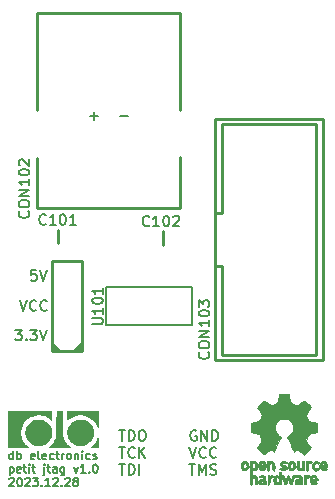
<source format=gto>
%TF.GenerationSoftware,KiCad,Pcbnew,7.0.8*%
%TF.CreationDate,2023-12-28T22:14:51-05:00*%
%TF.ProjectId,petit-jtag,70657469-742d-46a7-9461-672e6b696361,1.0*%
%TF.SameCoordinates,PX8aadb58PY71d9820*%
%TF.FileFunction,Legend,Top*%
%TF.FilePolarity,Positive*%
%FSLAX46Y46*%
G04 Gerber Fmt 4.6, Leading zero omitted, Abs format (unit mm)*
G04 Created by KiCad (PCBNEW 7.0.8) date 2023-12-28 22:14:51*
%MOMM*%
%LPD*%
G01*
G04 APERTURE LIST*
%ADD10C,0.177800*%
%ADD11C,0.152400*%
%ADD12C,0.203200*%
%ADD13C,0.254000*%
%ADD14C,0.010000*%
G04 APERTURE END LIST*
D10*
X10234639Y32587709D02*
X10911973Y32587709D01*
X7694639Y32587709D02*
X8371973Y32587709D01*
X8033306Y32249042D02*
X8033306Y32926375D01*
X16694706Y5910089D02*
X16610039Y5952422D01*
X16610039Y5952422D02*
X16483039Y5952422D01*
X16483039Y5952422D02*
X16356039Y5910089D01*
X16356039Y5910089D02*
X16271373Y5825422D01*
X16271373Y5825422D02*
X16229039Y5740755D01*
X16229039Y5740755D02*
X16186706Y5571422D01*
X16186706Y5571422D02*
X16186706Y5444422D01*
X16186706Y5444422D02*
X16229039Y5275089D01*
X16229039Y5275089D02*
X16271373Y5190422D01*
X16271373Y5190422D02*
X16356039Y5105755D01*
X16356039Y5105755D02*
X16483039Y5063422D01*
X16483039Y5063422D02*
X16567706Y5063422D01*
X16567706Y5063422D02*
X16694706Y5105755D01*
X16694706Y5105755D02*
X16737039Y5148089D01*
X16737039Y5148089D02*
X16737039Y5444422D01*
X16737039Y5444422D02*
X16567706Y5444422D01*
X17118039Y5063422D02*
X17118039Y5952422D01*
X17118039Y5952422D02*
X17626039Y5063422D01*
X17626039Y5063422D02*
X17626039Y5952422D01*
X18049372Y5063422D02*
X18049372Y5952422D01*
X18049372Y5952422D02*
X18261039Y5952422D01*
X18261039Y5952422D02*
X18388039Y5910089D01*
X18388039Y5910089D02*
X18472706Y5825422D01*
X18472706Y5825422D02*
X18515039Y5740755D01*
X18515039Y5740755D02*
X18557372Y5571422D01*
X18557372Y5571422D02*
X18557372Y5444422D01*
X18557372Y5444422D02*
X18515039Y5275089D01*
X18515039Y5275089D02*
X18472706Y5190422D01*
X18472706Y5190422D02*
X18388039Y5105755D01*
X18388039Y5105755D02*
X18261039Y5063422D01*
X18261039Y5063422D02*
X18049372Y5063422D01*
X16102039Y4521132D02*
X16398373Y3632132D01*
X16398373Y3632132D02*
X16694706Y4521132D01*
X17499039Y3716799D02*
X17456706Y3674465D01*
X17456706Y3674465D02*
X17329706Y3632132D01*
X17329706Y3632132D02*
X17245039Y3632132D01*
X17245039Y3632132D02*
X17118039Y3674465D01*
X17118039Y3674465D02*
X17033373Y3759132D01*
X17033373Y3759132D02*
X16991039Y3843799D01*
X16991039Y3843799D02*
X16948706Y4013132D01*
X16948706Y4013132D02*
X16948706Y4140132D01*
X16948706Y4140132D02*
X16991039Y4309465D01*
X16991039Y4309465D02*
X17033373Y4394132D01*
X17033373Y4394132D02*
X17118039Y4478799D01*
X17118039Y4478799D02*
X17245039Y4521132D01*
X17245039Y4521132D02*
X17329706Y4521132D01*
X17329706Y4521132D02*
X17456706Y4478799D01*
X17456706Y4478799D02*
X17499039Y4436465D01*
X18388039Y3716799D02*
X18345706Y3674465D01*
X18345706Y3674465D02*
X18218706Y3632132D01*
X18218706Y3632132D02*
X18134039Y3632132D01*
X18134039Y3632132D02*
X18007039Y3674465D01*
X18007039Y3674465D02*
X17922373Y3759132D01*
X17922373Y3759132D02*
X17880039Y3843799D01*
X17880039Y3843799D02*
X17837706Y4013132D01*
X17837706Y4013132D02*
X17837706Y4140132D01*
X17837706Y4140132D02*
X17880039Y4309465D01*
X17880039Y4309465D02*
X17922373Y4394132D01*
X17922373Y4394132D02*
X18007039Y4478799D01*
X18007039Y4478799D02*
X18134039Y4521132D01*
X18134039Y4521132D02*
X18218706Y4521132D01*
X18218706Y4521132D02*
X18345706Y4478799D01*
X18345706Y4478799D02*
X18388039Y4436465D01*
X16102039Y3089842D02*
X16610039Y3089842D01*
X16356039Y2200842D02*
X16356039Y3089842D01*
X16906372Y2200842D02*
X16906372Y3089842D01*
X16906372Y3089842D02*
X17202706Y2454842D01*
X17202706Y2454842D02*
X17499039Y3089842D01*
X17499039Y3089842D02*
X17499039Y2200842D01*
X17880039Y2243175D02*
X18007039Y2200842D01*
X18007039Y2200842D02*
X18218706Y2200842D01*
X18218706Y2200842D02*
X18303372Y2243175D01*
X18303372Y2243175D02*
X18345706Y2285509D01*
X18345706Y2285509D02*
X18388039Y2370175D01*
X18388039Y2370175D02*
X18388039Y2454842D01*
X18388039Y2454842D02*
X18345706Y2539509D01*
X18345706Y2539509D02*
X18303372Y2581842D01*
X18303372Y2581842D02*
X18218706Y2624175D01*
X18218706Y2624175D02*
X18049372Y2666509D01*
X18049372Y2666509D02*
X17964706Y2708842D01*
X17964706Y2708842D02*
X17922372Y2751175D01*
X17922372Y2751175D02*
X17880039Y2835842D01*
X17880039Y2835842D02*
X17880039Y2920509D01*
X17880039Y2920509D02*
X17922372Y3005175D01*
X17922372Y3005175D02*
X17964706Y3047509D01*
X17964706Y3047509D02*
X18049372Y3089842D01*
X18049372Y3089842D02*
X18261039Y3089842D01*
X18261039Y3089842D02*
X18388039Y3047509D01*
D11*
X1209396Y3502627D02*
X1209396Y4213827D01*
X1209396Y3536493D02*
X1141663Y3502627D01*
X1141663Y3502627D02*
X1006196Y3502627D01*
X1006196Y3502627D02*
X938463Y3536493D01*
X938463Y3536493D02*
X904596Y3570360D01*
X904596Y3570360D02*
X870729Y3638093D01*
X870729Y3638093D02*
X870729Y3841293D01*
X870729Y3841293D02*
X904596Y3909027D01*
X904596Y3909027D02*
X938463Y3942893D01*
X938463Y3942893D02*
X1006196Y3976760D01*
X1006196Y3976760D02*
X1141663Y3976760D01*
X1141663Y3976760D02*
X1209396Y3942893D01*
X1548063Y3502627D02*
X1548063Y4213827D01*
X1548063Y3942893D02*
X1615796Y3976760D01*
X1615796Y3976760D02*
X1751263Y3976760D01*
X1751263Y3976760D02*
X1818996Y3942893D01*
X1818996Y3942893D02*
X1852863Y3909027D01*
X1852863Y3909027D02*
X1886730Y3841293D01*
X1886730Y3841293D02*
X1886730Y3638093D01*
X1886730Y3638093D02*
X1852863Y3570360D01*
X1852863Y3570360D02*
X1818996Y3536493D01*
X1818996Y3536493D02*
X1751263Y3502627D01*
X1751263Y3502627D02*
X1615796Y3502627D01*
X1615796Y3502627D02*
X1548063Y3536493D01*
X3004330Y3536493D02*
X2936597Y3502627D01*
X2936597Y3502627D02*
X2801130Y3502627D01*
X2801130Y3502627D02*
X2733397Y3536493D01*
X2733397Y3536493D02*
X2699530Y3604227D01*
X2699530Y3604227D02*
X2699530Y3875160D01*
X2699530Y3875160D02*
X2733397Y3942893D01*
X2733397Y3942893D02*
X2801130Y3976760D01*
X2801130Y3976760D02*
X2936597Y3976760D01*
X2936597Y3976760D02*
X3004330Y3942893D01*
X3004330Y3942893D02*
X3038197Y3875160D01*
X3038197Y3875160D02*
X3038197Y3807427D01*
X3038197Y3807427D02*
X2699530Y3739693D01*
X3444597Y3502627D02*
X3376864Y3536493D01*
X3376864Y3536493D02*
X3342997Y3604227D01*
X3342997Y3604227D02*
X3342997Y4213827D01*
X3986463Y3536493D02*
X3918730Y3502627D01*
X3918730Y3502627D02*
X3783263Y3502627D01*
X3783263Y3502627D02*
X3715530Y3536493D01*
X3715530Y3536493D02*
X3681663Y3604227D01*
X3681663Y3604227D02*
X3681663Y3875160D01*
X3681663Y3875160D02*
X3715530Y3942893D01*
X3715530Y3942893D02*
X3783263Y3976760D01*
X3783263Y3976760D02*
X3918730Y3976760D01*
X3918730Y3976760D02*
X3986463Y3942893D01*
X3986463Y3942893D02*
X4020330Y3875160D01*
X4020330Y3875160D02*
X4020330Y3807427D01*
X4020330Y3807427D02*
X3681663Y3739693D01*
X4629930Y3536493D02*
X4562197Y3502627D01*
X4562197Y3502627D02*
X4426730Y3502627D01*
X4426730Y3502627D02*
X4358997Y3536493D01*
X4358997Y3536493D02*
X4325130Y3570360D01*
X4325130Y3570360D02*
X4291263Y3638093D01*
X4291263Y3638093D02*
X4291263Y3841293D01*
X4291263Y3841293D02*
X4325130Y3909027D01*
X4325130Y3909027D02*
X4358997Y3942893D01*
X4358997Y3942893D02*
X4426730Y3976760D01*
X4426730Y3976760D02*
X4562197Y3976760D01*
X4562197Y3976760D02*
X4629930Y3942893D01*
X4833130Y3976760D02*
X5104063Y3976760D01*
X4934730Y4213827D02*
X4934730Y3604227D01*
X4934730Y3604227D02*
X4968597Y3536493D01*
X4968597Y3536493D02*
X5036330Y3502627D01*
X5036330Y3502627D02*
X5104063Y3502627D01*
X5341130Y3502627D02*
X5341130Y3976760D01*
X5341130Y3841293D02*
X5374997Y3909027D01*
X5374997Y3909027D02*
X5408863Y3942893D01*
X5408863Y3942893D02*
X5476597Y3976760D01*
X5476597Y3976760D02*
X5544330Y3976760D01*
X5882997Y3502627D02*
X5815264Y3536493D01*
X5815264Y3536493D02*
X5781397Y3570360D01*
X5781397Y3570360D02*
X5747530Y3638093D01*
X5747530Y3638093D02*
X5747530Y3841293D01*
X5747530Y3841293D02*
X5781397Y3909027D01*
X5781397Y3909027D02*
X5815264Y3942893D01*
X5815264Y3942893D02*
X5882997Y3976760D01*
X5882997Y3976760D02*
X5984597Y3976760D01*
X5984597Y3976760D02*
X6052330Y3942893D01*
X6052330Y3942893D02*
X6086197Y3909027D01*
X6086197Y3909027D02*
X6120064Y3841293D01*
X6120064Y3841293D02*
X6120064Y3638093D01*
X6120064Y3638093D02*
X6086197Y3570360D01*
X6086197Y3570360D02*
X6052330Y3536493D01*
X6052330Y3536493D02*
X5984597Y3502627D01*
X5984597Y3502627D02*
X5882997Y3502627D01*
X6424864Y3976760D02*
X6424864Y3502627D01*
X6424864Y3909027D02*
X6458731Y3942893D01*
X6458731Y3942893D02*
X6526464Y3976760D01*
X6526464Y3976760D02*
X6628064Y3976760D01*
X6628064Y3976760D02*
X6695797Y3942893D01*
X6695797Y3942893D02*
X6729664Y3875160D01*
X6729664Y3875160D02*
X6729664Y3502627D01*
X7068331Y3502627D02*
X7068331Y3976760D01*
X7068331Y4213827D02*
X7034464Y4179960D01*
X7034464Y4179960D02*
X7068331Y4146093D01*
X7068331Y4146093D02*
X7102198Y4179960D01*
X7102198Y4179960D02*
X7068331Y4213827D01*
X7068331Y4213827D02*
X7068331Y4146093D01*
X7711798Y3536493D02*
X7644065Y3502627D01*
X7644065Y3502627D02*
X7508598Y3502627D01*
X7508598Y3502627D02*
X7440865Y3536493D01*
X7440865Y3536493D02*
X7406998Y3570360D01*
X7406998Y3570360D02*
X7373131Y3638093D01*
X7373131Y3638093D02*
X7373131Y3841293D01*
X7373131Y3841293D02*
X7406998Y3909027D01*
X7406998Y3909027D02*
X7440865Y3942893D01*
X7440865Y3942893D02*
X7508598Y3976760D01*
X7508598Y3976760D02*
X7644065Y3976760D01*
X7644065Y3976760D02*
X7711798Y3942893D01*
X7982731Y3536493D02*
X8050465Y3502627D01*
X8050465Y3502627D02*
X8185931Y3502627D01*
X8185931Y3502627D02*
X8253665Y3536493D01*
X8253665Y3536493D02*
X8287531Y3604227D01*
X8287531Y3604227D02*
X8287531Y3638093D01*
X8287531Y3638093D02*
X8253665Y3705827D01*
X8253665Y3705827D02*
X8185931Y3739693D01*
X8185931Y3739693D02*
X8084331Y3739693D01*
X8084331Y3739693D02*
X8016598Y3773560D01*
X8016598Y3773560D02*
X7982731Y3841293D01*
X7982731Y3841293D02*
X7982731Y3875160D01*
X7982731Y3875160D02*
X8016598Y3942893D01*
X8016598Y3942893D02*
X8084331Y3976760D01*
X8084331Y3976760D02*
X8185931Y3976760D01*
X8185931Y3976760D02*
X8253665Y3942893D01*
X904596Y2831728D02*
X904596Y2120528D01*
X904596Y2797861D02*
X972329Y2831728D01*
X972329Y2831728D02*
X1107796Y2831728D01*
X1107796Y2831728D02*
X1175529Y2797861D01*
X1175529Y2797861D02*
X1209396Y2763995D01*
X1209396Y2763995D02*
X1243263Y2696261D01*
X1243263Y2696261D02*
X1243263Y2493061D01*
X1243263Y2493061D02*
X1209396Y2425328D01*
X1209396Y2425328D02*
X1175529Y2391461D01*
X1175529Y2391461D02*
X1107796Y2357595D01*
X1107796Y2357595D02*
X972329Y2357595D01*
X972329Y2357595D02*
X904596Y2391461D01*
X1818996Y2391461D02*
X1751263Y2357595D01*
X1751263Y2357595D02*
X1615796Y2357595D01*
X1615796Y2357595D02*
X1548063Y2391461D01*
X1548063Y2391461D02*
X1514196Y2459195D01*
X1514196Y2459195D02*
X1514196Y2730128D01*
X1514196Y2730128D02*
X1548063Y2797861D01*
X1548063Y2797861D02*
X1615796Y2831728D01*
X1615796Y2831728D02*
X1751263Y2831728D01*
X1751263Y2831728D02*
X1818996Y2797861D01*
X1818996Y2797861D02*
X1852863Y2730128D01*
X1852863Y2730128D02*
X1852863Y2662395D01*
X1852863Y2662395D02*
X1514196Y2594661D01*
X2056063Y2831728D02*
X2326996Y2831728D01*
X2157663Y3068795D02*
X2157663Y2459195D01*
X2157663Y2459195D02*
X2191530Y2391461D01*
X2191530Y2391461D02*
X2259263Y2357595D01*
X2259263Y2357595D02*
X2326996Y2357595D01*
X2564063Y2357595D02*
X2564063Y2831728D01*
X2564063Y3068795D02*
X2530196Y3034928D01*
X2530196Y3034928D02*
X2564063Y3001061D01*
X2564063Y3001061D02*
X2597930Y3034928D01*
X2597930Y3034928D02*
X2564063Y3068795D01*
X2564063Y3068795D02*
X2564063Y3001061D01*
X2801130Y2831728D02*
X3072063Y2831728D01*
X2902730Y3068795D02*
X2902730Y2459195D01*
X2902730Y2459195D02*
X2936597Y2391461D01*
X2936597Y2391461D02*
X3004330Y2357595D01*
X3004330Y2357595D02*
X3072063Y2357595D01*
X3850997Y2831728D02*
X3850997Y2222128D01*
X3850997Y2222128D02*
X3817130Y2154395D01*
X3817130Y2154395D02*
X3749397Y2120528D01*
X3749397Y2120528D02*
X3715530Y2120528D01*
X3850997Y3068795D02*
X3817130Y3034928D01*
X3817130Y3034928D02*
X3850997Y3001061D01*
X3850997Y3001061D02*
X3884864Y3034928D01*
X3884864Y3034928D02*
X3850997Y3068795D01*
X3850997Y3068795D02*
X3850997Y3001061D01*
X4088064Y2831728D02*
X4358997Y2831728D01*
X4189664Y3068795D02*
X4189664Y2459195D01*
X4189664Y2459195D02*
X4223531Y2391461D01*
X4223531Y2391461D02*
X4291264Y2357595D01*
X4291264Y2357595D02*
X4358997Y2357595D01*
X4900864Y2357595D02*
X4900864Y2730128D01*
X4900864Y2730128D02*
X4866997Y2797861D01*
X4866997Y2797861D02*
X4799264Y2831728D01*
X4799264Y2831728D02*
X4663797Y2831728D01*
X4663797Y2831728D02*
X4596064Y2797861D01*
X4900864Y2391461D02*
X4833131Y2357595D01*
X4833131Y2357595D02*
X4663797Y2357595D01*
X4663797Y2357595D02*
X4596064Y2391461D01*
X4596064Y2391461D02*
X4562197Y2459195D01*
X4562197Y2459195D02*
X4562197Y2526928D01*
X4562197Y2526928D02*
X4596064Y2594661D01*
X4596064Y2594661D02*
X4663797Y2628528D01*
X4663797Y2628528D02*
X4833131Y2628528D01*
X4833131Y2628528D02*
X4900864Y2662395D01*
X5544331Y2831728D02*
X5544331Y2255995D01*
X5544331Y2255995D02*
X5510464Y2188261D01*
X5510464Y2188261D02*
X5476598Y2154395D01*
X5476598Y2154395D02*
X5408864Y2120528D01*
X5408864Y2120528D02*
X5307264Y2120528D01*
X5307264Y2120528D02*
X5239531Y2154395D01*
X5544331Y2391461D02*
X5476598Y2357595D01*
X5476598Y2357595D02*
X5341131Y2357595D01*
X5341131Y2357595D02*
X5273398Y2391461D01*
X5273398Y2391461D02*
X5239531Y2425328D01*
X5239531Y2425328D02*
X5205664Y2493061D01*
X5205664Y2493061D02*
X5205664Y2696261D01*
X5205664Y2696261D02*
X5239531Y2763995D01*
X5239531Y2763995D02*
X5273398Y2797861D01*
X5273398Y2797861D02*
X5341131Y2831728D01*
X5341131Y2831728D02*
X5476598Y2831728D01*
X5476598Y2831728D02*
X5544331Y2797861D01*
X6357132Y2831728D02*
X6526465Y2357595D01*
X6526465Y2357595D02*
X6695798Y2831728D01*
X7339265Y2357595D02*
X6932865Y2357595D01*
X7136065Y2357595D02*
X7136065Y3068795D01*
X7136065Y3068795D02*
X7068332Y2967195D01*
X7068332Y2967195D02*
X7000599Y2899461D01*
X7000599Y2899461D02*
X6932865Y2865595D01*
X7644065Y2425328D02*
X7677932Y2391461D01*
X7677932Y2391461D02*
X7644065Y2357595D01*
X7644065Y2357595D02*
X7610198Y2391461D01*
X7610198Y2391461D02*
X7644065Y2425328D01*
X7644065Y2425328D02*
X7644065Y2357595D01*
X8118199Y3068795D02*
X8185932Y3068795D01*
X8185932Y3068795D02*
X8253665Y3034928D01*
X8253665Y3034928D02*
X8287532Y3001061D01*
X8287532Y3001061D02*
X8321399Y2933328D01*
X8321399Y2933328D02*
X8355265Y2797861D01*
X8355265Y2797861D02*
X8355265Y2628528D01*
X8355265Y2628528D02*
X8321399Y2493061D01*
X8321399Y2493061D02*
X8287532Y2425328D01*
X8287532Y2425328D02*
X8253665Y2391461D01*
X8253665Y2391461D02*
X8185932Y2357595D01*
X8185932Y2357595D02*
X8118199Y2357595D01*
X8118199Y2357595D02*
X8050465Y2391461D01*
X8050465Y2391461D02*
X8016599Y2425328D01*
X8016599Y2425328D02*
X7982732Y2493061D01*
X7982732Y2493061D02*
X7948865Y2628528D01*
X7948865Y2628528D02*
X7948865Y2797861D01*
X7948865Y2797861D02*
X7982732Y2933328D01*
X7982732Y2933328D02*
X8016599Y3001061D01*
X8016599Y3001061D02*
X8050465Y3034928D01*
X8050465Y3034928D02*
X8118199Y3068795D01*
X870729Y1856029D02*
X904596Y1889896D01*
X904596Y1889896D02*
X972329Y1923763D01*
X972329Y1923763D02*
X1141663Y1923763D01*
X1141663Y1923763D02*
X1209396Y1889896D01*
X1209396Y1889896D02*
X1243263Y1856029D01*
X1243263Y1856029D02*
X1277129Y1788296D01*
X1277129Y1788296D02*
X1277129Y1720563D01*
X1277129Y1720563D02*
X1243263Y1618963D01*
X1243263Y1618963D02*
X836863Y1212563D01*
X836863Y1212563D02*
X1277129Y1212563D01*
X1717396Y1923763D02*
X1785129Y1923763D01*
X1785129Y1923763D02*
X1852862Y1889896D01*
X1852862Y1889896D02*
X1886729Y1856029D01*
X1886729Y1856029D02*
X1920596Y1788296D01*
X1920596Y1788296D02*
X1954462Y1652829D01*
X1954462Y1652829D02*
X1954462Y1483496D01*
X1954462Y1483496D02*
X1920596Y1348029D01*
X1920596Y1348029D02*
X1886729Y1280296D01*
X1886729Y1280296D02*
X1852862Y1246429D01*
X1852862Y1246429D02*
X1785129Y1212563D01*
X1785129Y1212563D02*
X1717396Y1212563D01*
X1717396Y1212563D02*
X1649662Y1246429D01*
X1649662Y1246429D02*
X1615796Y1280296D01*
X1615796Y1280296D02*
X1581929Y1348029D01*
X1581929Y1348029D02*
X1548062Y1483496D01*
X1548062Y1483496D02*
X1548062Y1652829D01*
X1548062Y1652829D02*
X1581929Y1788296D01*
X1581929Y1788296D02*
X1615796Y1856029D01*
X1615796Y1856029D02*
X1649662Y1889896D01*
X1649662Y1889896D02*
X1717396Y1923763D01*
X2225395Y1856029D02*
X2259262Y1889896D01*
X2259262Y1889896D02*
X2326995Y1923763D01*
X2326995Y1923763D02*
X2496329Y1923763D01*
X2496329Y1923763D02*
X2564062Y1889896D01*
X2564062Y1889896D02*
X2597929Y1856029D01*
X2597929Y1856029D02*
X2631795Y1788296D01*
X2631795Y1788296D02*
X2631795Y1720563D01*
X2631795Y1720563D02*
X2597929Y1618963D01*
X2597929Y1618963D02*
X2191529Y1212563D01*
X2191529Y1212563D02*
X2631795Y1212563D01*
X2868862Y1923763D02*
X3309128Y1923763D01*
X3309128Y1923763D02*
X3072062Y1652829D01*
X3072062Y1652829D02*
X3173662Y1652829D01*
X3173662Y1652829D02*
X3241395Y1618963D01*
X3241395Y1618963D02*
X3275262Y1585096D01*
X3275262Y1585096D02*
X3309128Y1517363D01*
X3309128Y1517363D02*
X3309128Y1348029D01*
X3309128Y1348029D02*
X3275262Y1280296D01*
X3275262Y1280296D02*
X3241395Y1246429D01*
X3241395Y1246429D02*
X3173662Y1212563D01*
X3173662Y1212563D02*
X2970462Y1212563D01*
X2970462Y1212563D02*
X2902728Y1246429D01*
X2902728Y1246429D02*
X2868862Y1280296D01*
X3613928Y1280296D02*
X3647795Y1246429D01*
X3647795Y1246429D02*
X3613928Y1212563D01*
X3613928Y1212563D02*
X3580061Y1246429D01*
X3580061Y1246429D02*
X3613928Y1280296D01*
X3613928Y1280296D02*
X3613928Y1212563D01*
X4325128Y1212563D02*
X3918728Y1212563D01*
X4121928Y1212563D02*
X4121928Y1923763D01*
X4121928Y1923763D02*
X4054195Y1822163D01*
X4054195Y1822163D02*
X3986462Y1754429D01*
X3986462Y1754429D02*
X3918728Y1720563D01*
X4596061Y1856029D02*
X4629928Y1889896D01*
X4629928Y1889896D02*
X4697661Y1923763D01*
X4697661Y1923763D02*
X4866995Y1923763D01*
X4866995Y1923763D02*
X4934728Y1889896D01*
X4934728Y1889896D02*
X4968595Y1856029D01*
X4968595Y1856029D02*
X5002461Y1788296D01*
X5002461Y1788296D02*
X5002461Y1720563D01*
X5002461Y1720563D02*
X4968595Y1618963D01*
X4968595Y1618963D02*
X4562195Y1212563D01*
X4562195Y1212563D02*
X5002461Y1212563D01*
X5307261Y1280296D02*
X5341128Y1246429D01*
X5341128Y1246429D02*
X5307261Y1212563D01*
X5307261Y1212563D02*
X5273394Y1246429D01*
X5273394Y1246429D02*
X5307261Y1280296D01*
X5307261Y1280296D02*
X5307261Y1212563D01*
X5612061Y1856029D02*
X5645928Y1889896D01*
X5645928Y1889896D02*
X5713661Y1923763D01*
X5713661Y1923763D02*
X5882995Y1923763D01*
X5882995Y1923763D02*
X5950728Y1889896D01*
X5950728Y1889896D02*
X5984595Y1856029D01*
X5984595Y1856029D02*
X6018461Y1788296D01*
X6018461Y1788296D02*
X6018461Y1720563D01*
X6018461Y1720563D02*
X5984595Y1618963D01*
X5984595Y1618963D02*
X5578195Y1212563D01*
X5578195Y1212563D02*
X6018461Y1212563D01*
X6424861Y1618963D02*
X6357128Y1652829D01*
X6357128Y1652829D02*
X6323261Y1686696D01*
X6323261Y1686696D02*
X6289394Y1754429D01*
X6289394Y1754429D02*
X6289394Y1788296D01*
X6289394Y1788296D02*
X6323261Y1856029D01*
X6323261Y1856029D02*
X6357128Y1889896D01*
X6357128Y1889896D02*
X6424861Y1923763D01*
X6424861Y1923763D02*
X6560328Y1923763D01*
X6560328Y1923763D02*
X6628061Y1889896D01*
X6628061Y1889896D02*
X6661928Y1856029D01*
X6661928Y1856029D02*
X6695794Y1788296D01*
X6695794Y1788296D02*
X6695794Y1754429D01*
X6695794Y1754429D02*
X6661928Y1686696D01*
X6661928Y1686696D02*
X6628061Y1652829D01*
X6628061Y1652829D02*
X6560328Y1618963D01*
X6560328Y1618963D02*
X6424861Y1618963D01*
X6424861Y1618963D02*
X6357128Y1585096D01*
X6357128Y1585096D02*
X6323261Y1551229D01*
X6323261Y1551229D02*
X6289394Y1483496D01*
X6289394Y1483496D02*
X6289394Y1348029D01*
X6289394Y1348029D02*
X6323261Y1280296D01*
X6323261Y1280296D02*
X6357128Y1246429D01*
X6357128Y1246429D02*
X6424861Y1212563D01*
X6424861Y1212563D02*
X6560328Y1212563D01*
X6560328Y1212563D02*
X6628061Y1246429D01*
X6628061Y1246429D02*
X6661928Y1280296D01*
X6661928Y1280296D02*
X6695794Y1348029D01*
X6695794Y1348029D02*
X6695794Y1483496D01*
X6695794Y1483496D02*
X6661928Y1551229D01*
X6661928Y1551229D02*
X6628061Y1585096D01*
X6628061Y1585096D02*
X6560328Y1618963D01*
D10*
X3164973Y19498242D02*
X2741639Y19498242D01*
X2741639Y19498242D02*
X2699306Y19074909D01*
X2699306Y19074909D02*
X2741639Y19117242D01*
X2741639Y19117242D02*
X2826306Y19159575D01*
X2826306Y19159575D02*
X3037973Y19159575D01*
X3037973Y19159575D02*
X3122639Y19117242D01*
X3122639Y19117242D02*
X3164973Y19074909D01*
X3164973Y19074909D02*
X3207306Y18990242D01*
X3207306Y18990242D02*
X3207306Y18778575D01*
X3207306Y18778575D02*
X3164973Y18693909D01*
X3164973Y18693909D02*
X3122639Y18651575D01*
X3122639Y18651575D02*
X3037973Y18609242D01*
X3037973Y18609242D02*
X2826306Y18609242D01*
X2826306Y18609242D02*
X2741639Y18651575D01*
X2741639Y18651575D02*
X2699306Y18693909D01*
X3461306Y19498242D02*
X3757640Y18609242D01*
X3757640Y18609242D02*
X4053973Y19498242D01*
X1751039Y16958242D02*
X2047373Y16069242D01*
X2047373Y16069242D02*
X2343706Y16958242D01*
X3148039Y16153909D02*
X3105706Y16111575D01*
X3105706Y16111575D02*
X2978706Y16069242D01*
X2978706Y16069242D02*
X2894039Y16069242D01*
X2894039Y16069242D02*
X2767039Y16111575D01*
X2767039Y16111575D02*
X2682373Y16196242D01*
X2682373Y16196242D02*
X2640039Y16280909D01*
X2640039Y16280909D02*
X2597706Y16450242D01*
X2597706Y16450242D02*
X2597706Y16577242D01*
X2597706Y16577242D02*
X2640039Y16746575D01*
X2640039Y16746575D02*
X2682373Y16831242D01*
X2682373Y16831242D02*
X2767039Y16915909D01*
X2767039Y16915909D02*
X2894039Y16958242D01*
X2894039Y16958242D02*
X2978706Y16958242D01*
X2978706Y16958242D02*
X3105706Y16915909D01*
X3105706Y16915909D02*
X3148039Y16873575D01*
X4037039Y16153909D02*
X3994706Y16111575D01*
X3994706Y16111575D02*
X3867706Y16069242D01*
X3867706Y16069242D02*
X3783039Y16069242D01*
X3783039Y16069242D02*
X3656039Y16111575D01*
X3656039Y16111575D02*
X3571373Y16196242D01*
X3571373Y16196242D02*
X3529039Y16280909D01*
X3529039Y16280909D02*
X3486706Y16450242D01*
X3486706Y16450242D02*
X3486706Y16577242D01*
X3486706Y16577242D02*
X3529039Y16746575D01*
X3529039Y16746575D02*
X3571373Y16831242D01*
X3571373Y16831242D02*
X3656039Y16915909D01*
X3656039Y16915909D02*
X3783039Y16958242D01*
X3783039Y16958242D02*
X3867706Y16958242D01*
X3867706Y16958242D02*
X3994706Y16915909D01*
X3994706Y16915909D02*
X4037039Y16873575D01*
X10183839Y5952422D02*
X10691839Y5952422D01*
X10437839Y5063422D02*
X10437839Y5952422D01*
X10988172Y5063422D02*
X10988172Y5952422D01*
X10988172Y5952422D02*
X11199839Y5952422D01*
X11199839Y5952422D02*
X11326839Y5910089D01*
X11326839Y5910089D02*
X11411506Y5825422D01*
X11411506Y5825422D02*
X11453839Y5740755D01*
X11453839Y5740755D02*
X11496172Y5571422D01*
X11496172Y5571422D02*
X11496172Y5444422D01*
X11496172Y5444422D02*
X11453839Y5275089D01*
X11453839Y5275089D02*
X11411506Y5190422D01*
X11411506Y5190422D02*
X11326839Y5105755D01*
X11326839Y5105755D02*
X11199839Y5063422D01*
X11199839Y5063422D02*
X10988172Y5063422D01*
X12046506Y5952422D02*
X12215839Y5952422D01*
X12215839Y5952422D02*
X12300506Y5910089D01*
X12300506Y5910089D02*
X12385172Y5825422D01*
X12385172Y5825422D02*
X12427506Y5656089D01*
X12427506Y5656089D02*
X12427506Y5359755D01*
X12427506Y5359755D02*
X12385172Y5190422D01*
X12385172Y5190422D02*
X12300506Y5105755D01*
X12300506Y5105755D02*
X12215839Y5063422D01*
X12215839Y5063422D02*
X12046506Y5063422D01*
X12046506Y5063422D02*
X11961839Y5105755D01*
X11961839Y5105755D02*
X11877172Y5190422D01*
X11877172Y5190422D02*
X11834839Y5359755D01*
X11834839Y5359755D02*
X11834839Y5656089D01*
X11834839Y5656089D02*
X11877172Y5825422D01*
X11877172Y5825422D02*
X11961839Y5910089D01*
X11961839Y5910089D02*
X12046506Y5952422D01*
X10183839Y4521132D02*
X10691839Y4521132D01*
X10437839Y3632132D02*
X10437839Y4521132D01*
X11496172Y3716799D02*
X11453839Y3674465D01*
X11453839Y3674465D02*
X11326839Y3632132D01*
X11326839Y3632132D02*
X11242172Y3632132D01*
X11242172Y3632132D02*
X11115172Y3674465D01*
X11115172Y3674465D02*
X11030506Y3759132D01*
X11030506Y3759132D02*
X10988172Y3843799D01*
X10988172Y3843799D02*
X10945839Y4013132D01*
X10945839Y4013132D02*
X10945839Y4140132D01*
X10945839Y4140132D02*
X10988172Y4309465D01*
X10988172Y4309465D02*
X11030506Y4394132D01*
X11030506Y4394132D02*
X11115172Y4478799D01*
X11115172Y4478799D02*
X11242172Y4521132D01*
X11242172Y4521132D02*
X11326839Y4521132D01*
X11326839Y4521132D02*
X11453839Y4478799D01*
X11453839Y4478799D02*
X11496172Y4436465D01*
X11877172Y3632132D02*
X11877172Y4521132D01*
X12385172Y3632132D02*
X12004172Y4140132D01*
X12385172Y4521132D02*
X11877172Y4013132D01*
X10183839Y3089842D02*
X10691839Y3089842D01*
X10437839Y2200842D02*
X10437839Y3089842D01*
X10988172Y2200842D02*
X10988172Y3089842D01*
X10988172Y3089842D02*
X11199839Y3089842D01*
X11199839Y3089842D02*
X11326839Y3047509D01*
X11326839Y3047509D02*
X11411506Y2962842D01*
X11411506Y2962842D02*
X11453839Y2878175D01*
X11453839Y2878175D02*
X11496172Y2708842D01*
X11496172Y2708842D02*
X11496172Y2581842D01*
X11496172Y2581842D02*
X11453839Y2412509D01*
X11453839Y2412509D02*
X11411506Y2327842D01*
X11411506Y2327842D02*
X11326839Y2243175D01*
X11326839Y2243175D02*
X11199839Y2200842D01*
X11199839Y2200842D02*
X10988172Y2200842D01*
X11877172Y2200842D02*
X11877172Y3089842D01*
X1386973Y14469042D02*
X1937306Y14469042D01*
X1937306Y14469042D02*
X1640973Y14130375D01*
X1640973Y14130375D02*
X1767973Y14130375D01*
X1767973Y14130375D02*
X1852639Y14088042D01*
X1852639Y14088042D02*
X1894973Y14045709D01*
X1894973Y14045709D02*
X1937306Y13961042D01*
X1937306Y13961042D02*
X1937306Y13749375D01*
X1937306Y13749375D02*
X1894973Y13664709D01*
X1894973Y13664709D02*
X1852639Y13622375D01*
X1852639Y13622375D02*
X1767973Y13580042D01*
X1767973Y13580042D02*
X1513973Y13580042D01*
X1513973Y13580042D02*
X1429306Y13622375D01*
X1429306Y13622375D02*
X1386973Y13664709D01*
X2318306Y13664709D02*
X2360640Y13622375D01*
X2360640Y13622375D02*
X2318306Y13580042D01*
X2318306Y13580042D02*
X2275973Y13622375D01*
X2275973Y13622375D02*
X2318306Y13664709D01*
X2318306Y13664709D02*
X2318306Y13580042D01*
X2656973Y14469042D02*
X3207306Y14469042D01*
X3207306Y14469042D02*
X2910973Y14130375D01*
X2910973Y14130375D02*
X3037973Y14130375D01*
X3037973Y14130375D02*
X3122639Y14088042D01*
X3122639Y14088042D02*
X3164973Y14045709D01*
X3164973Y14045709D02*
X3207306Y13961042D01*
X3207306Y13961042D02*
X3207306Y13749375D01*
X3207306Y13749375D02*
X3164973Y13664709D01*
X3164973Y13664709D02*
X3122639Y13622375D01*
X3122639Y13622375D02*
X3037973Y13580042D01*
X3037973Y13580042D02*
X2783973Y13580042D01*
X2783973Y13580042D02*
X2699306Y13622375D01*
X2699306Y13622375D02*
X2656973Y13664709D01*
X3461306Y14469042D02*
X3757640Y13580042D01*
X3757640Y13580042D02*
X4053973Y14469042D01*
X2476356Y24489834D02*
X2518690Y24447501D01*
X2518690Y24447501D02*
X2561023Y24320501D01*
X2561023Y24320501D02*
X2561023Y24235834D01*
X2561023Y24235834D02*
X2518690Y24108834D01*
X2518690Y24108834D02*
X2434023Y24024167D01*
X2434023Y24024167D02*
X2349356Y23981834D01*
X2349356Y23981834D02*
X2180023Y23939501D01*
X2180023Y23939501D02*
X2053023Y23939501D01*
X2053023Y23939501D02*
X1883690Y23981834D01*
X1883690Y23981834D02*
X1799023Y24024167D01*
X1799023Y24024167D02*
X1714356Y24108834D01*
X1714356Y24108834D02*
X1672023Y24235834D01*
X1672023Y24235834D02*
X1672023Y24320501D01*
X1672023Y24320501D02*
X1714356Y24447501D01*
X1714356Y24447501D02*
X1756690Y24489834D01*
X1672023Y25040167D02*
X1672023Y25209501D01*
X1672023Y25209501D02*
X1714356Y25294167D01*
X1714356Y25294167D02*
X1799023Y25378834D01*
X1799023Y25378834D02*
X1968356Y25421167D01*
X1968356Y25421167D02*
X2264690Y25421167D01*
X2264690Y25421167D02*
X2434023Y25378834D01*
X2434023Y25378834D02*
X2518690Y25294167D01*
X2518690Y25294167D02*
X2561023Y25209501D01*
X2561023Y25209501D02*
X2561023Y25040167D01*
X2561023Y25040167D02*
X2518690Y24955501D01*
X2518690Y24955501D02*
X2434023Y24870834D01*
X2434023Y24870834D02*
X2264690Y24828501D01*
X2264690Y24828501D02*
X1968356Y24828501D01*
X1968356Y24828501D02*
X1799023Y24870834D01*
X1799023Y24870834D02*
X1714356Y24955501D01*
X1714356Y24955501D02*
X1672023Y25040167D01*
X2561023Y25802167D02*
X1672023Y25802167D01*
X1672023Y25802167D02*
X2561023Y26310167D01*
X2561023Y26310167D02*
X1672023Y26310167D01*
X2561023Y27199167D02*
X2561023Y26691167D01*
X2561023Y26945167D02*
X1672023Y26945167D01*
X1672023Y26945167D02*
X1799023Y26860500D01*
X1799023Y26860500D02*
X1883690Y26775833D01*
X1883690Y26775833D02*
X1926023Y26691167D01*
X1672023Y27749500D02*
X1672023Y27834167D01*
X1672023Y27834167D02*
X1714356Y27918834D01*
X1714356Y27918834D02*
X1756690Y27961167D01*
X1756690Y27961167D02*
X1841356Y28003500D01*
X1841356Y28003500D02*
X2010690Y28045834D01*
X2010690Y28045834D02*
X2222356Y28045834D01*
X2222356Y28045834D02*
X2391690Y28003500D01*
X2391690Y28003500D02*
X2476356Y27961167D01*
X2476356Y27961167D02*
X2518690Y27918834D01*
X2518690Y27918834D02*
X2561023Y27834167D01*
X2561023Y27834167D02*
X2561023Y27749500D01*
X2561023Y27749500D02*
X2518690Y27664834D01*
X2518690Y27664834D02*
X2476356Y27622500D01*
X2476356Y27622500D02*
X2391690Y27580167D01*
X2391690Y27580167D02*
X2222356Y27537834D01*
X2222356Y27537834D02*
X2010690Y27537834D01*
X2010690Y27537834D02*
X1841356Y27580167D01*
X1841356Y27580167D02*
X1756690Y27622500D01*
X1756690Y27622500D02*
X1714356Y27664834D01*
X1714356Y27664834D02*
X1672023Y27749500D01*
X1756690Y28384501D02*
X1714356Y28426834D01*
X1714356Y28426834D02*
X1672023Y28511501D01*
X1672023Y28511501D02*
X1672023Y28723167D01*
X1672023Y28723167D02*
X1714356Y28807834D01*
X1714356Y28807834D02*
X1756690Y28850167D01*
X1756690Y28850167D02*
X1841356Y28892501D01*
X1841356Y28892501D02*
X1926023Y28892501D01*
X1926023Y28892501D02*
X2053023Y28850167D01*
X2053023Y28850167D02*
X2561023Y28342167D01*
X2561023Y28342167D02*
X2561023Y28892501D01*
D12*
X12721166Y23305965D02*
X12678833Y23263631D01*
X12678833Y23263631D02*
X12551833Y23221298D01*
X12551833Y23221298D02*
X12467166Y23221298D01*
X12467166Y23221298D02*
X12340166Y23263631D01*
X12340166Y23263631D02*
X12255500Y23348298D01*
X12255500Y23348298D02*
X12213166Y23432965D01*
X12213166Y23432965D02*
X12170833Y23602298D01*
X12170833Y23602298D02*
X12170833Y23729298D01*
X12170833Y23729298D02*
X12213166Y23898631D01*
X12213166Y23898631D02*
X12255500Y23983298D01*
X12255500Y23983298D02*
X12340166Y24067965D01*
X12340166Y24067965D02*
X12467166Y24110298D01*
X12467166Y24110298D02*
X12551833Y24110298D01*
X12551833Y24110298D02*
X12678833Y24067965D01*
X12678833Y24067965D02*
X12721166Y24025631D01*
X13567833Y23221298D02*
X13059833Y23221298D01*
X13313833Y23221298D02*
X13313833Y24110298D01*
X13313833Y24110298D02*
X13229166Y23983298D01*
X13229166Y23983298D02*
X13144500Y23898631D01*
X13144500Y23898631D02*
X13059833Y23856298D01*
X14118167Y24110298D02*
X14202833Y24110298D01*
X14202833Y24110298D02*
X14287500Y24067965D01*
X14287500Y24067965D02*
X14329833Y24025631D01*
X14329833Y24025631D02*
X14372167Y23940965D01*
X14372167Y23940965D02*
X14414500Y23771631D01*
X14414500Y23771631D02*
X14414500Y23559965D01*
X14414500Y23559965D02*
X14372167Y23390631D01*
X14372167Y23390631D02*
X14329833Y23305965D01*
X14329833Y23305965D02*
X14287500Y23263631D01*
X14287500Y23263631D02*
X14202833Y23221298D01*
X14202833Y23221298D02*
X14118167Y23221298D01*
X14118167Y23221298D02*
X14033500Y23263631D01*
X14033500Y23263631D02*
X13991167Y23305965D01*
X13991167Y23305965D02*
X13948833Y23390631D01*
X13948833Y23390631D02*
X13906500Y23559965D01*
X13906500Y23559965D02*
X13906500Y23771631D01*
X13906500Y23771631D02*
X13948833Y23940965D01*
X13948833Y23940965D02*
X13991167Y24025631D01*
X13991167Y24025631D02*
X14033500Y24067965D01*
X14033500Y24067965D02*
X14118167Y24110298D01*
X14753167Y24025631D02*
X14795500Y24067965D01*
X14795500Y24067965D02*
X14880167Y24110298D01*
X14880167Y24110298D02*
X15091834Y24110298D01*
X15091834Y24110298D02*
X15176500Y24067965D01*
X15176500Y24067965D02*
X15218834Y24025631D01*
X15218834Y24025631D02*
X15261167Y23940965D01*
X15261167Y23940965D02*
X15261167Y23856298D01*
X15261167Y23856298D02*
X15218834Y23729298D01*
X15218834Y23729298D02*
X14710834Y23221298D01*
X14710834Y23221298D02*
X15261167Y23221298D01*
X7893702Y14934000D02*
X8613369Y14934000D01*
X8613369Y14934000D02*
X8698035Y14976333D01*
X8698035Y14976333D02*
X8740369Y15018667D01*
X8740369Y15018667D02*
X8782702Y15103333D01*
X8782702Y15103333D02*
X8782702Y15272667D01*
X8782702Y15272667D02*
X8740369Y15357333D01*
X8740369Y15357333D02*
X8698035Y15399667D01*
X8698035Y15399667D02*
X8613369Y15442000D01*
X8613369Y15442000D02*
X7893702Y15442000D01*
X8782702Y16331000D02*
X8782702Y15823000D01*
X8782702Y16077000D02*
X7893702Y16077000D01*
X7893702Y16077000D02*
X8020702Y15992333D01*
X8020702Y15992333D02*
X8105369Y15907666D01*
X8105369Y15907666D02*
X8147702Y15823000D01*
X7893702Y16881333D02*
X7893702Y16966000D01*
X7893702Y16966000D02*
X7936035Y17050667D01*
X7936035Y17050667D02*
X7978369Y17093000D01*
X7978369Y17093000D02*
X8063035Y17135333D01*
X8063035Y17135333D02*
X8232369Y17177667D01*
X8232369Y17177667D02*
X8444035Y17177667D01*
X8444035Y17177667D02*
X8613369Y17135333D01*
X8613369Y17135333D02*
X8698035Y17093000D01*
X8698035Y17093000D02*
X8740369Y17050667D01*
X8740369Y17050667D02*
X8782702Y16966000D01*
X8782702Y16966000D02*
X8782702Y16881333D01*
X8782702Y16881333D02*
X8740369Y16796667D01*
X8740369Y16796667D02*
X8698035Y16754333D01*
X8698035Y16754333D02*
X8613369Y16712000D01*
X8613369Y16712000D02*
X8444035Y16669667D01*
X8444035Y16669667D02*
X8232369Y16669667D01*
X8232369Y16669667D02*
X8063035Y16712000D01*
X8063035Y16712000D02*
X7978369Y16754333D01*
X7978369Y16754333D02*
X7936035Y16796667D01*
X7936035Y16796667D02*
X7893702Y16881333D01*
X8782702Y18024334D02*
X8782702Y17516334D01*
X8782702Y17770334D02*
X7893702Y17770334D01*
X7893702Y17770334D02*
X8020702Y17685667D01*
X8020702Y17685667D02*
X8105369Y17601000D01*
X8105369Y17601000D02*
X8147702Y17516334D01*
X3958166Y23432965D02*
X3915833Y23390631D01*
X3915833Y23390631D02*
X3788833Y23348298D01*
X3788833Y23348298D02*
X3704166Y23348298D01*
X3704166Y23348298D02*
X3577166Y23390631D01*
X3577166Y23390631D02*
X3492500Y23475298D01*
X3492500Y23475298D02*
X3450166Y23559965D01*
X3450166Y23559965D02*
X3407833Y23729298D01*
X3407833Y23729298D02*
X3407833Y23856298D01*
X3407833Y23856298D02*
X3450166Y24025631D01*
X3450166Y24025631D02*
X3492500Y24110298D01*
X3492500Y24110298D02*
X3577166Y24194965D01*
X3577166Y24194965D02*
X3704166Y24237298D01*
X3704166Y24237298D02*
X3788833Y24237298D01*
X3788833Y24237298D02*
X3915833Y24194965D01*
X3915833Y24194965D02*
X3958166Y24152631D01*
X4804833Y23348298D02*
X4296833Y23348298D01*
X4550833Y23348298D02*
X4550833Y24237298D01*
X4550833Y24237298D02*
X4466166Y24110298D01*
X4466166Y24110298D02*
X4381500Y24025631D01*
X4381500Y24025631D02*
X4296833Y23983298D01*
X5355167Y24237298D02*
X5439833Y24237298D01*
X5439833Y24237298D02*
X5524500Y24194965D01*
X5524500Y24194965D02*
X5566833Y24152631D01*
X5566833Y24152631D02*
X5609167Y24067965D01*
X5609167Y24067965D02*
X5651500Y23898631D01*
X5651500Y23898631D02*
X5651500Y23686965D01*
X5651500Y23686965D02*
X5609167Y23517631D01*
X5609167Y23517631D02*
X5566833Y23432965D01*
X5566833Y23432965D02*
X5524500Y23390631D01*
X5524500Y23390631D02*
X5439833Y23348298D01*
X5439833Y23348298D02*
X5355167Y23348298D01*
X5355167Y23348298D02*
X5270500Y23390631D01*
X5270500Y23390631D02*
X5228167Y23432965D01*
X5228167Y23432965D02*
X5185833Y23517631D01*
X5185833Y23517631D02*
X5143500Y23686965D01*
X5143500Y23686965D02*
X5143500Y23898631D01*
X5143500Y23898631D02*
X5185833Y24067965D01*
X5185833Y24067965D02*
X5228167Y24152631D01*
X5228167Y24152631D02*
X5270500Y24194965D01*
X5270500Y24194965D02*
X5355167Y24237298D01*
X6498167Y23348298D02*
X5990167Y23348298D01*
X6244167Y23348298D02*
X6244167Y24237298D01*
X6244167Y24237298D02*
X6159500Y24110298D01*
X6159500Y24110298D02*
X6074834Y24025631D01*
X6074834Y24025631D02*
X5990167Y23983298D01*
X17715035Y12551834D02*
X17757369Y12509501D01*
X17757369Y12509501D02*
X17799702Y12382501D01*
X17799702Y12382501D02*
X17799702Y12297834D01*
X17799702Y12297834D02*
X17757369Y12170834D01*
X17757369Y12170834D02*
X17672702Y12086167D01*
X17672702Y12086167D02*
X17588035Y12043834D01*
X17588035Y12043834D02*
X17418702Y12001501D01*
X17418702Y12001501D02*
X17291702Y12001501D01*
X17291702Y12001501D02*
X17122369Y12043834D01*
X17122369Y12043834D02*
X17037702Y12086167D01*
X17037702Y12086167D02*
X16953035Y12170834D01*
X16953035Y12170834D02*
X16910702Y12297834D01*
X16910702Y12297834D02*
X16910702Y12382501D01*
X16910702Y12382501D02*
X16953035Y12509501D01*
X16953035Y12509501D02*
X16995369Y12551834D01*
X16910702Y13102167D02*
X16910702Y13271501D01*
X16910702Y13271501D02*
X16953035Y13356167D01*
X16953035Y13356167D02*
X17037702Y13440834D01*
X17037702Y13440834D02*
X17207035Y13483167D01*
X17207035Y13483167D02*
X17503369Y13483167D01*
X17503369Y13483167D02*
X17672702Y13440834D01*
X17672702Y13440834D02*
X17757369Y13356167D01*
X17757369Y13356167D02*
X17799702Y13271501D01*
X17799702Y13271501D02*
X17799702Y13102167D01*
X17799702Y13102167D02*
X17757369Y13017501D01*
X17757369Y13017501D02*
X17672702Y12932834D01*
X17672702Y12932834D02*
X17503369Y12890501D01*
X17503369Y12890501D02*
X17207035Y12890501D01*
X17207035Y12890501D02*
X17037702Y12932834D01*
X17037702Y12932834D02*
X16953035Y13017501D01*
X16953035Y13017501D02*
X16910702Y13102167D01*
X17799702Y13864167D02*
X16910702Y13864167D01*
X16910702Y13864167D02*
X17799702Y14372167D01*
X17799702Y14372167D02*
X16910702Y14372167D01*
X17799702Y15261167D02*
X17799702Y14753167D01*
X17799702Y15007167D02*
X16910702Y15007167D01*
X16910702Y15007167D02*
X17037702Y14922500D01*
X17037702Y14922500D02*
X17122369Y14837833D01*
X17122369Y14837833D02*
X17164702Y14753167D01*
X16910702Y15811500D02*
X16910702Y15896167D01*
X16910702Y15896167D02*
X16953035Y15980834D01*
X16953035Y15980834D02*
X16995369Y16023167D01*
X16995369Y16023167D02*
X17080035Y16065500D01*
X17080035Y16065500D02*
X17249369Y16107834D01*
X17249369Y16107834D02*
X17461035Y16107834D01*
X17461035Y16107834D02*
X17630369Y16065500D01*
X17630369Y16065500D02*
X17715035Y16023167D01*
X17715035Y16023167D02*
X17757369Y15980834D01*
X17757369Y15980834D02*
X17799702Y15896167D01*
X17799702Y15896167D02*
X17799702Y15811500D01*
X17799702Y15811500D02*
X17757369Y15726834D01*
X17757369Y15726834D02*
X17715035Y15684500D01*
X17715035Y15684500D02*
X17630369Y15642167D01*
X17630369Y15642167D02*
X17461035Y15599834D01*
X17461035Y15599834D02*
X17249369Y15599834D01*
X17249369Y15599834D02*
X17080035Y15642167D01*
X17080035Y15642167D02*
X16995369Y15684500D01*
X16995369Y15684500D02*
X16953035Y15726834D01*
X16953035Y15726834D02*
X16910702Y15811500D01*
X16910702Y16404167D02*
X16910702Y16954501D01*
X16910702Y16954501D02*
X17249369Y16658167D01*
X17249369Y16658167D02*
X17249369Y16785167D01*
X17249369Y16785167D02*
X17291702Y16869834D01*
X17291702Y16869834D02*
X17334035Y16912167D01*
X17334035Y16912167D02*
X17418702Y16954501D01*
X17418702Y16954501D02*
X17630369Y16954501D01*
X17630369Y16954501D02*
X17715035Y16912167D01*
X17715035Y16912167D02*
X17757369Y16869834D01*
X17757369Y16869834D02*
X17799702Y16785167D01*
X17799702Y16785167D02*
X17799702Y16531167D01*
X17799702Y16531167D02*
X17757369Y16446501D01*
X17757369Y16446501D02*
X17715035Y16404167D01*
D13*
%TO.C,CON102*%
X3221000Y41270000D02*
X3221000Y33070000D01*
X3221000Y41270000D02*
X15321000Y41270000D01*
X3221000Y24770000D02*
X3221000Y28970000D01*
X3221000Y24770000D02*
X15321000Y24770000D01*
X15321000Y41270000D02*
X15321000Y33070000D01*
X15321000Y24770000D02*
X15321000Y29070000D01*
%TO.C,CON104*%
X6985000Y12700000D02*
X6985000Y20320000D01*
X6985000Y12700000D02*
X6731000Y12954000D01*
X6985000Y13335000D02*
X6350000Y12700000D01*
X6985000Y20320000D02*
X4445000Y20320000D01*
X5080000Y12700000D02*
X4445000Y13335000D01*
X4445000Y12700000D02*
X6985000Y12700000D01*
X4445000Y12700000D02*
X4699000Y12954000D01*
X4445000Y20320000D02*
X4445000Y12700000D01*
%TO.C,C102*%
X13843000Y22796500D02*
X13843000Y21653500D01*
D12*
%TO.C,U101*%
X16350000Y14858000D02*
X16350000Y18108000D01*
X16350000Y14858000D02*
X9050000Y14858000D01*
X16350000Y18108000D02*
X9050000Y18108000D01*
X9050000Y18108000D02*
X9050000Y14858000D01*
D13*
%TO.C,C101*%
X4953000Y21780500D02*
X4953000Y22923500D01*
%TO.C,logo101*%
D14*
X8354876Y5322016D02*
X8356080Y5298179D01*
X8357171Y5260446D01*
X8358125Y5210480D01*
X8358916Y5149943D01*
X8359516Y5080499D01*
X8359901Y5003809D01*
X8360044Y4921535D01*
X8360044Y4503980D01*
X8058688Y4503980D01*
X7988589Y4504060D01*
X7924265Y4504288D01*
X7867665Y4504644D01*
X7820737Y4505110D01*
X7785429Y4505668D01*
X7763691Y4506297D01*
X7757332Y4506892D01*
X7763691Y4513032D01*
X7780856Y4527302D01*
X7805963Y4547363D01*
X7827103Y4563886D01*
X7931647Y4654053D01*
X8029599Y4756536D01*
X8118937Y4868512D01*
X8197638Y4987159D01*
X8263677Y5109653D01*
X8315031Y5233172D01*
X8322448Y5254957D01*
X8333907Y5287848D01*
X8344067Y5313476D01*
X8351413Y5328182D01*
X8353587Y5330296D01*
X8354876Y5322016D01*
G36*
X8354876Y5322016D02*
G01*
X8356080Y5298179D01*
X8357171Y5260446D01*
X8358125Y5210480D01*
X8358916Y5149943D01*
X8359516Y5080499D01*
X8359901Y5003809D01*
X8360044Y4921535D01*
X8360044Y4503980D01*
X8058688Y4503980D01*
X7988589Y4504060D01*
X7924265Y4504288D01*
X7867665Y4504644D01*
X7820737Y4505110D01*
X7785429Y4505668D01*
X7763691Y4506297D01*
X7757332Y4506892D01*
X7763691Y4513032D01*
X7780856Y4527302D01*
X7805963Y4547363D01*
X7827103Y4563886D01*
X7931647Y4654053D01*
X8029599Y4756536D01*
X8118937Y4868512D01*
X8197638Y4987159D01*
X8263677Y5109653D01*
X8315031Y5233172D01*
X8322448Y5254957D01*
X8333907Y5287848D01*
X8344067Y5313476D01*
X8351413Y5328182D01*
X8353587Y5330296D01*
X8354876Y5322016D01*
G37*
X2610604Y7610119D02*
X4420892Y7607946D01*
X4423135Y7231251D01*
X4423493Y7152581D01*
X4423612Y7079480D01*
X4423505Y7013691D01*
X4423185Y6956956D01*
X4422664Y6911019D01*
X4421955Y6877621D01*
X4421072Y6858507D01*
X4420372Y6854556D01*
X4412184Y6859932D01*
X4394378Y6874351D01*
X4370057Y6895250D01*
X4355820Y6907869D01*
X4244816Y6997196D01*
X4121797Y7078099D01*
X3990653Y7148499D01*
X3855275Y7206315D01*
X3719551Y7249468D01*
X3714577Y7250755D01*
X3606567Y7273402D01*
X3490350Y7288732D01*
X3371179Y7296472D01*
X3254311Y7296353D01*
X3144999Y7288103D01*
X3103536Y7282299D01*
X2942830Y7247971D01*
X2789172Y7198570D01*
X2643382Y7134843D01*
X2506284Y7057533D01*
X2378699Y6967387D01*
X2261449Y6865150D01*
X2155356Y6751568D01*
X2061243Y6627385D01*
X1979930Y6493347D01*
X1912241Y6350200D01*
X1858997Y6198689D01*
X1842705Y6139004D01*
X1825014Y6062250D01*
X1812435Y5990681D01*
X1804482Y5919294D01*
X1800666Y5843089D01*
X1800498Y5757064D01*
X1801423Y5715937D01*
X1809122Y5585440D01*
X1825194Y5466131D01*
X1850741Y5353589D01*
X1886866Y5243391D01*
X1934671Y5131115D01*
X1960357Y5078600D01*
X2036975Y4942917D01*
X2123466Y4819730D01*
X2221824Y4706605D01*
X2334041Y4601108D01*
X2387303Y4557284D01*
X2454596Y4503980D01*
X800316Y4503980D01*
X800316Y7612291D01*
X2610604Y7610119D01*
G36*
X2610604Y7610119D02*
G01*
X4420892Y7607946D01*
X4423135Y7231251D01*
X4423493Y7152581D01*
X4423612Y7079480D01*
X4423505Y7013691D01*
X4423185Y6956956D01*
X4422664Y6911019D01*
X4421955Y6877621D01*
X4421072Y6858507D01*
X4420372Y6854556D01*
X4412184Y6859932D01*
X4394378Y6874351D01*
X4370057Y6895250D01*
X4355820Y6907869D01*
X4244816Y6997196D01*
X4121797Y7078099D01*
X3990653Y7148499D01*
X3855275Y7206315D01*
X3719551Y7249468D01*
X3714577Y7250755D01*
X3606567Y7273402D01*
X3490350Y7288732D01*
X3371179Y7296472D01*
X3254311Y7296353D01*
X3144999Y7288103D01*
X3103536Y7282299D01*
X2942830Y7247971D01*
X2789172Y7198570D01*
X2643382Y7134843D01*
X2506284Y7057533D01*
X2378699Y6967387D01*
X2261449Y6865150D01*
X2155356Y6751568D01*
X2061243Y6627385D01*
X1979930Y6493347D01*
X1912241Y6350200D01*
X1858997Y6198689D01*
X1842705Y6139004D01*
X1825014Y6062250D01*
X1812435Y5990681D01*
X1804482Y5919294D01*
X1800666Y5843089D01*
X1800498Y5757064D01*
X1801423Y5715937D01*
X1809122Y5585440D01*
X1825194Y5466131D01*
X1850741Y5353589D01*
X1886866Y5243391D01*
X1934671Y5131115D01*
X1960357Y5078600D01*
X2036975Y4942917D01*
X2123466Y4819730D01*
X2221824Y4706605D01*
X2334041Y4601108D01*
X2387303Y4557284D01*
X2454596Y4503980D01*
X800316Y4503980D01*
X800316Y7612291D01*
X2610604Y7610119D01*
G37*
X8360044Y6906217D02*
X8359990Y6797620D01*
X8359832Y6694123D01*
X8359579Y6596999D01*
X8359240Y6507520D01*
X8358821Y6426960D01*
X8358333Y6356591D01*
X8357782Y6297688D01*
X8357177Y6251521D01*
X8356527Y6219366D01*
X8355840Y6202494D01*
X8355469Y6200183D01*
X8348878Y6206884D01*
X8347110Y6210946D01*
X8326731Y6268364D01*
X8310393Y6312968D01*
X8296728Y6348294D01*
X8284367Y6377877D01*
X8271941Y6405251D01*
X8271684Y6405797D01*
X8197453Y6545159D01*
X8110526Y6675889D01*
X8012496Y6795887D01*
X7904959Y6903054D01*
X7873570Y6930300D01*
X7743630Y7029404D01*
X7607991Y7112662D01*
X7465841Y7180405D01*
X7316371Y7232965D01*
X7158771Y7270674D01*
X6992233Y7293865D01*
X6985662Y7294470D01*
X6843241Y7299165D01*
X6697267Y7288472D01*
X6550347Y7263080D01*
X6405090Y7223681D01*
X6264105Y7170965D01*
X6130000Y7105623D01*
X6020818Y7038949D01*
X5981432Y7011222D01*
X5938773Y6979420D01*
X5896735Y6946613D01*
X5859210Y6915874D01*
X5830092Y6890276D01*
X5820044Y6880511D01*
X5811871Y6871991D01*
X5805103Y6865688D01*
X5799607Y6862953D01*
X5795252Y6865136D01*
X5791906Y6873589D01*
X5789435Y6889663D01*
X5787708Y6914708D01*
X5786593Y6950074D01*
X5785957Y6997115D01*
X5785668Y7057179D01*
X5785595Y7131617D01*
X5785603Y7221782D01*
X5785604Y7232349D01*
X5785604Y7612251D01*
X8360044Y7612251D01*
X8360044Y6906217D01*
G36*
X8360044Y6906217D02*
G01*
X8359990Y6797620D01*
X8359832Y6694123D01*
X8359579Y6596999D01*
X8359240Y6507520D01*
X8358821Y6426960D01*
X8358333Y6356591D01*
X8357782Y6297688D01*
X8357177Y6251521D01*
X8356527Y6219366D01*
X8355840Y6202494D01*
X8355469Y6200183D01*
X8348878Y6206884D01*
X8347110Y6210946D01*
X8326731Y6268364D01*
X8310393Y6312968D01*
X8296728Y6348294D01*
X8284367Y6377877D01*
X8271941Y6405251D01*
X8271684Y6405797D01*
X8197453Y6545159D01*
X8110526Y6675889D01*
X8012496Y6795887D01*
X7904959Y6903054D01*
X7873570Y6930300D01*
X7743630Y7029404D01*
X7607991Y7112662D01*
X7465841Y7180405D01*
X7316371Y7232965D01*
X7158771Y7270674D01*
X6992233Y7293865D01*
X6985662Y7294470D01*
X6843241Y7299165D01*
X6697267Y7288472D01*
X6550347Y7263080D01*
X6405090Y7223681D01*
X6264105Y7170965D01*
X6130000Y7105623D01*
X6020818Y7038949D01*
X5981432Y7011222D01*
X5938773Y6979420D01*
X5896735Y6946613D01*
X5859210Y6915874D01*
X5830092Y6890276D01*
X5820044Y6880511D01*
X5811871Y6871991D01*
X5805103Y6865688D01*
X5799607Y6862953D01*
X5795252Y6865136D01*
X5791906Y6873589D01*
X5789435Y6889663D01*
X5787708Y6914708D01*
X5786593Y6950074D01*
X5785957Y6997115D01*
X5785668Y7057179D01*
X5785595Y7131617D01*
X5785603Y7221782D01*
X5785604Y7232349D01*
X5785604Y7612251D01*
X8360044Y7612251D01*
X8360044Y6906217D01*
G37*
X3450005Y6849144D02*
X3577195Y6827643D01*
X3699746Y6791692D01*
X3816568Y6741982D01*
X3926569Y6679205D01*
X4028660Y6604052D01*
X4121748Y6517216D01*
X4204744Y6419389D01*
X4276555Y6311262D01*
X4336092Y6193527D01*
X4382264Y6066876D01*
X4408945Y5959098D01*
X4415038Y5914670D01*
X4418834Y5857965D01*
X4420385Y5793766D01*
X4419743Y5726857D01*
X4416961Y5662020D01*
X4412091Y5604037D01*
X4405186Y5557692D01*
X4404502Y5554420D01*
X4366623Y5418540D01*
X4313053Y5288925D01*
X4244465Y5167163D01*
X4232970Y5149743D01*
X4197739Y5102913D01*
X4152236Y5050536D01*
X4100453Y4996591D01*
X4046383Y4945061D01*
X3994017Y4899926D01*
X3948134Y4865692D01*
X3830889Y4797288D01*
X3706946Y4743716D01*
X3578164Y4705395D01*
X3446401Y4682745D01*
X3313514Y4676184D01*
X3181362Y4686133D01*
X3163807Y4688743D01*
X3069558Y4707483D01*
X2981193Y4733836D01*
X2891589Y4770080D01*
X2853841Y4787839D01*
X2736338Y4854091D01*
X2630456Y4932005D01*
X2536520Y5020299D01*
X2454854Y5117690D01*
X2385785Y5222893D01*
X2329637Y5334626D01*
X2286735Y5451606D01*
X2257405Y5572548D01*
X2241971Y5696170D01*
X2240758Y5821189D01*
X2254093Y5946321D01*
X2282298Y6070282D01*
X2325701Y6191790D01*
X2384626Y6309562D01*
X2444810Y6402522D01*
X2525874Y6501249D01*
X2619429Y6590843D01*
X2723053Y6669638D01*
X2834325Y6735969D01*
X2950825Y6788170D01*
X3051511Y6820022D01*
X3186072Y6846025D01*
X3319267Y6855502D01*
X3450005Y6849144D01*
G36*
X3450005Y6849144D02*
G01*
X3577195Y6827643D01*
X3699746Y6791692D01*
X3816568Y6741982D01*
X3926569Y6679205D01*
X4028660Y6604052D01*
X4121748Y6517216D01*
X4204744Y6419389D01*
X4276555Y6311262D01*
X4336092Y6193527D01*
X4382264Y6066876D01*
X4408945Y5959098D01*
X4415038Y5914670D01*
X4418834Y5857965D01*
X4420385Y5793766D01*
X4419743Y5726857D01*
X4416961Y5662020D01*
X4412091Y5604037D01*
X4405186Y5557692D01*
X4404502Y5554420D01*
X4366623Y5418540D01*
X4313053Y5288925D01*
X4244465Y5167163D01*
X4232970Y5149743D01*
X4197739Y5102913D01*
X4152236Y5050536D01*
X4100453Y4996591D01*
X4046383Y4945061D01*
X3994017Y4899926D01*
X3948134Y4865692D01*
X3830889Y4797288D01*
X3706946Y4743716D01*
X3578164Y4705395D01*
X3446401Y4682745D01*
X3313514Y4676184D01*
X3181362Y4686133D01*
X3163807Y4688743D01*
X3069558Y4707483D01*
X2981193Y4733836D01*
X2891589Y4770080D01*
X2853841Y4787839D01*
X2736338Y4854091D01*
X2630456Y4932005D01*
X2536520Y5020299D01*
X2454854Y5117690D01*
X2385785Y5222893D01*
X2329637Y5334626D01*
X2286735Y5451606D01*
X2257405Y5572548D01*
X2241971Y5696170D01*
X2240758Y5821189D01*
X2254093Y5946321D01*
X2282298Y6070282D01*
X2325701Y6191790D01*
X2384626Y6309562D01*
X2444810Y6402522D01*
X2525874Y6501249D01*
X2619429Y6590843D01*
X2723053Y6669638D01*
X2834325Y6735969D01*
X2950825Y6788170D01*
X3051511Y6820022D01*
X3186072Y6846025D01*
X3319267Y6855502D01*
X3450005Y6849144D01*
G37*
X6935710Y6849299D02*
X6983179Y6848257D01*
X7020964Y6846199D01*
X7052828Y6842811D01*
X7082539Y6837782D01*
X7113861Y6830797D01*
X7120180Y6829254D01*
X7203519Y6806242D01*
X7277828Y6779813D01*
X7351296Y6746873D01*
X7388855Y6727742D01*
X7503270Y6658043D01*
X7607159Y6575406D01*
X7699647Y6481155D01*
X7779858Y6376617D01*
X7846916Y6263116D01*
X7899945Y6141977D01*
X7938068Y6014525D01*
X7960411Y5882085D01*
X7962499Y5860082D01*
X7965658Y5724238D01*
X7952416Y5591031D01*
X7923402Y5461774D01*
X7879245Y5337780D01*
X7820572Y5220361D01*
X7748014Y5110832D01*
X7662198Y5010504D01*
X7563753Y4920692D01*
X7485325Y4863222D01*
X7377306Y4798591D01*
X7268198Y4748600D01*
X7152994Y4711120D01*
X7094349Y4697010D01*
X7063907Y4692138D01*
X7021791Y4687702D01*
X6972167Y4683900D01*
X6919196Y4680929D01*
X6867042Y4678988D01*
X6819869Y4678273D01*
X6781839Y4678983D01*
X6758553Y4681057D01*
X6739177Y4684250D01*
X6709364Y4689078D01*
X6676756Y4694306D01*
X6567566Y4719414D01*
X6457008Y4759321D01*
X6348468Y4812277D01*
X6245334Y4876531D01*
X6150992Y4950330D01*
X6112348Y4986149D01*
X6020524Y5087529D01*
X5943394Y5197516D01*
X5880641Y5316674D01*
X5831949Y5445564D01*
X5811250Y5519980D01*
X5801000Y5574161D01*
X5793310Y5639988D01*
X5788417Y5712040D01*
X5786564Y5784899D01*
X5787988Y5853147D01*
X5792931Y5911364D01*
X5793677Y5916768D01*
X5821610Y6052495D01*
X5865009Y6180909D01*
X5923632Y6301517D01*
X5997240Y6413830D01*
X6085594Y6517358D01*
X6088985Y6520851D01*
X6187458Y6611697D01*
X6291615Y6687398D01*
X6403583Y6749177D01*
X6525486Y6798258D01*
X6618837Y6825967D01*
X6652940Y6834471D01*
X6682229Y6840678D01*
X6710516Y6844943D01*
X6741611Y6847616D01*
X6779326Y6849050D01*
X6827472Y6849598D01*
X6874790Y6849636D01*
X6935710Y6849299D01*
G36*
X6935710Y6849299D02*
G01*
X6983179Y6848257D01*
X7020964Y6846199D01*
X7052828Y6842811D01*
X7082539Y6837782D01*
X7113861Y6830797D01*
X7120180Y6829254D01*
X7203519Y6806242D01*
X7277828Y6779813D01*
X7351296Y6746873D01*
X7388855Y6727742D01*
X7503270Y6658043D01*
X7607159Y6575406D01*
X7699647Y6481155D01*
X7779858Y6376617D01*
X7846916Y6263116D01*
X7899945Y6141977D01*
X7938068Y6014525D01*
X7960411Y5882085D01*
X7962499Y5860082D01*
X7965658Y5724238D01*
X7952416Y5591031D01*
X7923402Y5461774D01*
X7879245Y5337780D01*
X7820572Y5220361D01*
X7748014Y5110832D01*
X7662198Y5010504D01*
X7563753Y4920692D01*
X7485325Y4863222D01*
X7377306Y4798591D01*
X7268198Y4748600D01*
X7152994Y4711120D01*
X7094349Y4697010D01*
X7063907Y4692138D01*
X7021791Y4687702D01*
X6972167Y4683900D01*
X6919196Y4680929D01*
X6867042Y4678988D01*
X6819869Y4678273D01*
X6781839Y4678983D01*
X6758553Y4681057D01*
X6739177Y4684250D01*
X6709364Y4689078D01*
X6676756Y4694306D01*
X6567566Y4719414D01*
X6457008Y4759321D01*
X6348468Y4812277D01*
X6245334Y4876531D01*
X6150992Y4950330D01*
X6112348Y4986149D01*
X6020524Y5087529D01*
X5943394Y5197516D01*
X5880641Y5316674D01*
X5831949Y5445564D01*
X5811250Y5519980D01*
X5801000Y5574161D01*
X5793310Y5639988D01*
X5788417Y5712040D01*
X5786564Y5784899D01*
X5787988Y5853147D01*
X5792931Y5911364D01*
X5793677Y5916768D01*
X5821610Y6052495D01*
X5865009Y6180909D01*
X5923632Y6301517D01*
X5997240Y6413830D01*
X6085594Y6517358D01*
X6088985Y6520851D01*
X6187458Y6611697D01*
X6291615Y6687398D01*
X6403583Y6749177D01*
X6525486Y6798258D01*
X6618837Y6825967D01*
X6652940Y6834471D01*
X6682229Y6840678D01*
X6710516Y6844943D01*
X6741611Y6847616D01*
X6779326Y6849050D01*
X6827472Y6849598D01*
X6874790Y6849636D01*
X6935710Y6849299D01*
G37*
X5337875Y6661878D02*
X5337900Y6505065D01*
X5337997Y6364408D01*
X5338197Y6238839D01*
X5338531Y6127294D01*
X5339030Y6028707D01*
X5339726Y5942013D01*
X5340650Y5866146D01*
X5341834Y5800041D01*
X5343309Y5742631D01*
X5345105Y5692852D01*
X5347255Y5649638D01*
X5349790Y5611923D01*
X5352740Y5578642D01*
X5356138Y5548729D01*
X5360015Y5521119D01*
X5364401Y5494746D01*
X5369329Y5468545D01*
X5373562Y5447574D01*
X5405471Y5324477D01*
X5450172Y5199169D01*
X5505662Y5075879D01*
X5569937Y4958837D01*
X5640994Y4852274D01*
X5678016Y4804758D01*
X5713559Y4764153D01*
X5757659Y4717572D01*
X5805855Y4669429D01*
X5853685Y4624137D01*
X5896690Y4586109D01*
X5910451Y4574790D01*
X5939011Y4551800D01*
X5963471Y4531877D01*
X5979914Y4518220D01*
X5983330Y4515263D01*
X5982951Y4513410D01*
X5976858Y4511763D01*
X5964183Y4510310D01*
X5944057Y4509040D01*
X5915614Y4507943D01*
X5877984Y4507007D01*
X5830301Y4506220D01*
X5771696Y4505573D01*
X5701302Y4505053D01*
X5618251Y4504650D01*
X5521675Y4504353D01*
X5410706Y4504149D01*
X5284476Y4504030D01*
X5142118Y4503982D01*
X5102652Y4503980D01*
X4209366Y4503980D01*
X4295040Y4572893D01*
X4414645Y4680046D01*
X4522136Y4798958D01*
X4616668Y4928370D01*
X4697395Y5067018D01*
X4763473Y5213642D01*
X4804373Y5332982D01*
X4812378Y5359637D01*
X4819558Y5383555D01*
X4825963Y5405767D01*
X4831640Y5427300D01*
X4836639Y5449184D01*
X4841008Y5472447D01*
X4844797Y5498119D01*
X4848055Y5527228D01*
X4850830Y5560804D01*
X4853172Y5599874D01*
X4855128Y5645469D01*
X4856749Y5698616D01*
X4858082Y5760346D01*
X4859177Y5831686D01*
X4860083Y5913665D01*
X4860849Y6007313D01*
X4861523Y6113658D01*
X4862154Y6233730D01*
X4862792Y6368556D01*
X4863484Y6519167D01*
X4863784Y6583336D01*
X4868621Y7607946D01*
X5337875Y7612528D01*
X5337875Y6661878D01*
G36*
X5337875Y6661878D02*
G01*
X5337900Y6505065D01*
X5337997Y6364408D01*
X5338197Y6238839D01*
X5338531Y6127294D01*
X5339030Y6028707D01*
X5339726Y5942013D01*
X5340650Y5866146D01*
X5341834Y5800041D01*
X5343309Y5742631D01*
X5345105Y5692852D01*
X5347255Y5649638D01*
X5349790Y5611923D01*
X5352740Y5578642D01*
X5356138Y5548729D01*
X5360015Y5521119D01*
X5364401Y5494746D01*
X5369329Y5468545D01*
X5373562Y5447574D01*
X5405471Y5324477D01*
X5450172Y5199169D01*
X5505662Y5075879D01*
X5569937Y4958837D01*
X5640994Y4852274D01*
X5678016Y4804758D01*
X5713559Y4764153D01*
X5757659Y4717572D01*
X5805855Y4669429D01*
X5853685Y4624137D01*
X5896690Y4586109D01*
X5910451Y4574790D01*
X5939011Y4551800D01*
X5963471Y4531877D01*
X5979914Y4518220D01*
X5983330Y4515263D01*
X5982951Y4513410D01*
X5976858Y4511763D01*
X5964183Y4510310D01*
X5944057Y4509040D01*
X5915614Y4507943D01*
X5877984Y4507007D01*
X5830301Y4506220D01*
X5771696Y4505573D01*
X5701302Y4505053D01*
X5618251Y4504650D01*
X5521675Y4504353D01*
X5410706Y4504149D01*
X5284476Y4504030D01*
X5142118Y4503982D01*
X5102652Y4503980D01*
X4209366Y4503980D01*
X4295040Y4572893D01*
X4414645Y4680046D01*
X4522136Y4798958D01*
X4616668Y4928370D01*
X4697395Y5067018D01*
X4763473Y5213642D01*
X4804373Y5332982D01*
X4812378Y5359637D01*
X4819558Y5383555D01*
X4825963Y5405767D01*
X4831640Y5427300D01*
X4836639Y5449184D01*
X4841008Y5472447D01*
X4844797Y5498119D01*
X4848055Y5527228D01*
X4850830Y5560804D01*
X4853172Y5599874D01*
X4855128Y5645469D01*
X4856749Y5698616D01*
X4858082Y5760346D01*
X4859177Y5831686D01*
X4860083Y5913665D01*
X4860849Y6007313D01*
X4861523Y6113658D01*
X4862154Y6233730D01*
X4862792Y6368556D01*
X4863484Y6519167D01*
X4863784Y6583336D01*
X4868621Y7607946D01*
X5337875Y7612528D01*
X5337875Y6661878D01*
G37*
%TO.C,logo102*%
X26358110Y3329588D02*
X26453440Y3312703D01*
X26482796Y3296667D01*
X26482453Y3232980D01*
X26431982Y3176154D01*
X26362318Y3157504D01*
X26348866Y3161086D01*
X26258443Y3161765D01*
X26197523Y3083473D01*
X26166362Y2926694D01*
X26162000Y2809984D01*
X26159261Y2662772D01*
X26147100Y2581291D01*
X26119602Y2546675D01*
X26077334Y2540000D01*
X26037758Y2546147D01*
X26012879Y2575128D01*
X25999322Y2642753D01*
X25993712Y2764831D01*
X25992667Y2936599D01*
X25992667Y3333197D01*
X26225152Y3335286D01*
X26358110Y3329588D01*
G36*
X26358110Y3329588D02*
G01*
X26453440Y3312703D01*
X26482796Y3296667D01*
X26482453Y3232980D01*
X26431982Y3176154D01*
X26362318Y3157504D01*
X26348866Y3161086D01*
X26258443Y3161765D01*
X26197523Y3083473D01*
X26166362Y2926694D01*
X26162000Y2809984D01*
X26159261Y2662772D01*
X26147100Y2581291D01*
X26119602Y2546675D01*
X26077334Y2540000D01*
X26037758Y2546147D01*
X26012879Y2575128D01*
X25999322Y2642753D01*
X25993712Y2764831D01*
X25992667Y2936599D01*
X25992667Y3333197D01*
X26225152Y3335286D01*
X26358110Y3329588D01*
G37*
X26152973Y2141812D02*
X26257916Y2127679D01*
X26289710Y2116229D01*
X26320713Y2065084D01*
X26288229Y2008266D01*
X26210209Y1963268D01*
X26116418Y1947334D01*
X26052796Y1943719D01*
X26015920Y1920349D01*
X25997083Y1858434D01*
X25987579Y1739184D01*
X25984018Y1661584D01*
X25974786Y1508826D01*
X25959135Y1421168D01*
X25929916Y1379042D01*
X25879983Y1362886D01*
X25874620Y1362093D01*
X25829481Y1358859D01*
X25801736Y1375048D01*
X25787946Y1426098D01*
X25784675Y1527445D01*
X25788485Y1694529D01*
X25789953Y1742329D01*
X25802167Y2136308D01*
X26017265Y2143989D01*
X26152973Y2141812D01*
G36*
X26152973Y2141812D02*
G01*
X26257916Y2127679D01*
X26289710Y2116229D01*
X26320713Y2065084D01*
X26288229Y2008266D01*
X26210209Y1963268D01*
X26116418Y1947334D01*
X26052796Y1943719D01*
X26015920Y1920349D01*
X25997083Y1858434D01*
X25987579Y1739184D01*
X25984018Y1661584D01*
X25974786Y1508826D01*
X25959135Y1421168D01*
X25929916Y1379042D01*
X25879983Y1362886D01*
X25874620Y1362093D01*
X25829481Y1358859D01*
X25801736Y1375048D01*
X25787946Y1426098D01*
X25784675Y1527445D01*
X25788485Y1694529D01*
X25789953Y1742329D01*
X25802167Y2136308D01*
X26017265Y2143989D01*
X26152973Y2141812D01*
G37*
X22886421Y2139130D02*
X22902334Y2111484D01*
X22922430Y2088795D01*
X22965284Y2116211D01*
X23038922Y2142837D01*
X23133479Y2141183D01*
X23212718Y2116178D01*
X23241000Y2078711D01*
X23203173Y2012687D01*
X23107495Y1959696D01*
X23029334Y1940807D01*
X22972825Y1927010D01*
X22939747Y1892047D01*
X22922319Y1816173D01*
X22912762Y1679642D01*
X22910983Y1640417D01*
X22901435Y1487376D01*
X22885611Y1400848D01*
X22857459Y1362679D01*
X22815733Y1354667D01*
X22777248Y1361188D01*
X22752956Y1391191D01*
X22739633Y1460341D01*
X22734057Y1584302D01*
X22733000Y1756834D01*
X22734279Y1943752D01*
X22740318Y2061722D01*
X22754426Y2126448D01*
X22779907Y2153636D01*
X22817667Y2159000D01*
X22886421Y2139130D01*
G36*
X22886421Y2139130D02*
G01*
X22902334Y2111484D01*
X22922430Y2088795D01*
X22965284Y2116211D01*
X23038922Y2142837D01*
X23133479Y2141183D01*
X23212718Y2116178D01*
X23241000Y2078711D01*
X23203173Y2012687D01*
X23107495Y1959696D01*
X23029334Y1940807D01*
X22972825Y1927010D01*
X22939747Y1892047D01*
X22922319Y1816173D01*
X22912762Y1679642D01*
X22910983Y1640417D01*
X22901435Y1487376D01*
X22885611Y1400848D01*
X22857459Y1362679D01*
X22815733Y1354667D01*
X22777248Y1361188D01*
X22752956Y1391191D01*
X22739633Y1460341D01*
X22734057Y1584302D01*
X22733000Y1756834D01*
X22734279Y1943752D01*
X22740318Y2061722D01*
X22754426Y2126448D01*
X22779907Y2153636D01*
X22817667Y2159000D01*
X22886421Y2139130D01*
G37*
X26953310Y3325736D02*
X27030728Y3285415D01*
X27084549Y3230532D01*
X27068543Y3175798D01*
X27056375Y3160311D01*
X26997729Y3117296D01*
X26924886Y3141972D01*
X26920244Y3144838D01*
X26818997Y3171075D01*
X26737165Y3122484D01*
X26686628Y3008564D01*
X26678193Y2951232D01*
X26694622Y2818806D01*
X26760992Y2740775D01*
X26862961Y2728716D01*
X26924875Y2752135D01*
X27022314Y2777346D01*
X27082714Y2740057D01*
X27093334Y2692464D01*
X27057022Y2636787D01*
X26969411Y2582691D01*
X26862489Y2546981D01*
X26805592Y2541288D01*
X26709023Y2563265D01*
X26655450Y2587944D01*
X26567730Y2679610D01*
X26504678Y2819785D01*
X26479389Y2973110D01*
X26485582Y3046661D01*
X26550428Y3189545D01*
X26665378Y3290422D01*
X26807362Y3339186D01*
X26953310Y3325736D01*
G36*
X26953310Y3325736D02*
G01*
X27030728Y3285415D01*
X27084549Y3230532D01*
X27068543Y3175798D01*
X27056375Y3160311D01*
X26997729Y3117296D01*
X26924886Y3141972D01*
X26920244Y3144838D01*
X26818997Y3171075D01*
X26737165Y3122484D01*
X26686628Y3008564D01*
X26678193Y2951232D01*
X26694622Y2818806D01*
X26760992Y2740775D01*
X26862961Y2728716D01*
X26924875Y2752135D01*
X27022314Y2777346D01*
X27082714Y2740057D01*
X27093334Y2692464D01*
X27057022Y2636787D01*
X26969411Y2582691D01*
X26862489Y2546981D01*
X26805592Y2541288D01*
X26709023Y2563265D01*
X26655450Y2587944D01*
X26567730Y2679610D01*
X26504678Y2819785D01*
X26479389Y2973110D01*
X26485582Y3046661D01*
X26550428Y3189545D01*
X26665378Y3290422D01*
X26807362Y3339186D01*
X26953310Y3325736D01*
G37*
X23100562Y3325858D02*
X23216226Y3284962D01*
X23284950Y3199435D01*
X23317749Y3056077D01*
X23325667Y2857500D01*
X23323586Y2694984D01*
X23314308Y2599615D01*
X23293278Y2553913D01*
X23255940Y2540399D01*
X23242934Y2540000D01*
X23197900Y2549973D01*
X23170962Y2592070D01*
X23155933Y2684564D01*
X23147684Y2821331D01*
X23134514Y2987253D01*
X23109746Y3088041D01*
X23068142Y3142990D01*
X23058604Y3149414D01*
X22976266Y3164380D01*
X22913294Y3102821D01*
X22873332Y2971407D01*
X22860000Y2785909D01*
X22856706Y2646808D01*
X22842318Y2572636D01*
X22810079Y2543768D01*
X22775334Y2540000D01*
X22735758Y2546147D01*
X22710879Y2575128D01*
X22697322Y2642753D01*
X22691712Y2764831D01*
X22690667Y2936599D01*
X22690667Y3333197D01*
X22926945Y3335321D01*
X23100562Y3325858D01*
G36*
X23100562Y3325858D02*
G01*
X23216226Y3284962D01*
X23284950Y3199435D01*
X23317749Y3056077D01*
X23325667Y2857500D01*
X23323586Y2694984D01*
X23314308Y2599615D01*
X23293278Y2553913D01*
X23255940Y2540399D01*
X23242934Y2540000D01*
X23197900Y2549973D01*
X23170962Y2592070D01*
X23155933Y2684564D01*
X23147684Y2821331D01*
X23134514Y2987253D01*
X23109746Y3088041D01*
X23068142Y3142990D01*
X23058604Y3149414D01*
X22976266Y3164380D01*
X22913294Y3102821D01*
X22873332Y2971407D01*
X22860000Y2785909D01*
X22856706Y2646808D01*
X22842318Y2572636D01*
X22810079Y2543768D01*
X22775334Y2540000D01*
X22735758Y2546147D01*
X22710879Y2575128D01*
X22697322Y2642753D01*
X22691712Y2764831D01*
X22690667Y2936599D01*
X22690667Y3333197D01*
X22926945Y3335321D01*
X23100562Y3325858D01*
G37*
X24920285Y3306870D02*
X25032959Y3202497D01*
X25094874Y3043243D01*
X25103667Y2942167D01*
X25073669Y2761097D01*
X24993097Y2629933D01*
X24876085Y2557166D01*
X24736768Y2551284D01*
X24589278Y2620777D01*
X24580209Y2627740D01*
X24513399Y2692756D01*
X24479961Y2771243D01*
X24469122Y2893865D01*
X24468751Y2935804D01*
X24638000Y2935804D01*
X24664069Y2815295D01*
X24727694Y2745599D01*
X24807001Y2732207D01*
X24880118Y2780610D01*
X24918905Y2865292D01*
X24921675Y2985609D01*
X24898281Y3072289D01*
X24831714Y3157707D01*
X24756370Y3170998D01*
X24688781Y3120833D01*
X24645479Y3015881D01*
X24638000Y2935804D01*
X24468751Y2935804D01*
X24468667Y2945240D01*
X24492385Y3143226D01*
X24564646Y3272933D01*
X24687111Y3336584D01*
X24766924Y3344334D01*
X24920285Y3306870D01*
G36*
X24920285Y3306870D02*
G01*
X25032959Y3202497D01*
X25094874Y3043243D01*
X25103667Y2942167D01*
X25073669Y2761097D01*
X24993097Y2629933D01*
X24876085Y2557166D01*
X24736768Y2551284D01*
X24589278Y2620777D01*
X24580209Y2627740D01*
X24513399Y2692756D01*
X24479961Y2771243D01*
X24469122Y2893865D01*
X24468751Y2935804D01*
X24638000Y2935804D01*
X24664069Y2815295D01*
X24727694Y2745599D01*
X24807001Y2732207D01*
X24880118Y2780610D01*
X24918905Y2865292D01*
X24921675Y2985609D01*
X24898281Y3072289D01*
X24831714Y3157707D01*
X24756370Y3170998D01*
X24688781Y3120833D01*
X24645479Y3015881D01*
X24638000Y2935804D01*
X24468751Y2935804D01*
X24468667Y2945240D01*
X24492385Y3143226D01*
X24564646Y3272933D01*
X24687111Y3336584D01*
X24766924Y3344334D01*
X24920285Y3306870D01*
G37*
X20980316Y3285714D02*
X21072151Y3169621D01*
X21120404Y3004111D01*
X21124334Y2934534D01*
X21093724Y2756523D01*
X21011760Y2627790D01*
X20893239Y2557007D01*
X20752958Y2552848D01*
X20605715Y2623983D01*
X20600876Y2627740D01*
X20532957Y2694422D01*
X20499636Y2775495D01*
X20489559Y2902526D01*
X20489334Y2937860D01*
X20490695Y2960933D01*
X20665918Y2960933D01*
X20676585Y2829953D01*
X20724683Y2765759D01*
X20821217Y2733501D01*
X20901432Y2773511D01*
X20948792Y2873390D01*
X20955000Y2938473D01*
X20929778Y3074467D01*
X20867966Y3149850D01*
X20790344Y3163010D01*
X20717693Y3112330D01*
X20670793Y2996197D01*
X20665918Y2960933D01*
X20490695Y2960933D01*
X20498147Y3087182D01*
X20531176Y3184772D01*
X20587312Y3252288D01*
X20723496Y3335568D01*
X20859297Y3343869D01*
X20980316Y3285714D01*
G36*
X20980316Y3285714D02*
G01*
X21072151Y3169621D01*
X21120404Y3004111D01*
X21124334Y2934534D01*
X21093724Y2756523D01*
X21011760Y2627790D01*
X20893239Y2557007D01*
X20752958Y2552848D01*
X20605715Y2623983D01*
X20600876Y2627740D01*
X20532957Y2694422D01*
X20499636Y2775495D01*
X20489559Y2902526D01*
X20489334Y2937860D01*
X20490695Y2960933D01*
X20665918Y2960933D01*
X20676585Y2829953D01*
X20724683Y2765759D01*
X20821217Y2733501D01*
X20901432Y2773511D01*
X20948792Y2873390D01*
X20955000Y2938473D01*
X20929778Y3074467D01*
X20867966Y3149850D01*
X20790344Y3163010D01*
X20717693Y3112330D01*
X20670793Y2996197D01*
X20665918Y2960933D01*
X20490695Y2960933D01*
X20498147Y3087182D01*
X20531176Y3184772D01*
X20587312Y3252288D01*
X20723496Y3335568D01*
X20859297Y3343869D01*
X20980316Y3285714D01*
G37*
X25778214Y3338196D02*
X25803088Y3309252D01*
X25816654Y3241703D01*
X25822278Y3119754D01*
X25823334Y2947052D01*
X25823334Y2549770D01*
X25610324Y2549770D01*
X25413198Y2572470D01*
X25303408Y2625781D01*
X25253775Y2676916D01*
X25225293Y2745134D01*
X25212393Y2853359D01*
X25209500Y3012480D01*
X25211421Y3172739D01*
X25220856Y3267112D01*
X25243315Y3314354D01*
X25284311Y3333224D01*
X25304750Y3336695D01*
X25354546Y3338626D01*
X25383053Y3315011D01*
X25396185Y3248325D01*
X25399856Y3121046D01*
X25400000Y3054473D01*
X25407127Y2875210D01*
X25432216Y2770561D01*
X25480831Y2731384D01*
X25558536Y2748539D01*
X25579917Y2758877D01*
X25622103Y2798714D01*
X25645072Y2876621D01*
X25653565Y3012550D01*
X25654000Y3070657D01*
X25656667Y3219084D01*
X25668536Y3301666D01*
X25695408Y3337155D01*
X25738667Y3344334D01*
X25778214Y3338196D01*
G36*
X25778214Y3338196D02*
G01*
X25803088Y3309252D01*
X25816654Y3241703D01*
X25822278Y3119754D01*
X25823334Y2947052D01*
X25823334Y2549770D01*
X25610324Y2549770D01*
X25413198Y2572470D01*
X25303408Y2625781D01*
X25253775Y2676916D01*
X25225293Y2745134D01*
X25212393Y2853359D01*
X25209500Y3012480D01*
X25211421Y3172739D01*
X25220856Y3267112D01*
X25243315Y3314354D01*
X25284311Y3333224D01*
X25304750Y3336695D01*
X25354546Y3338626D01*
X25383053Y3315011D01*
X25396185Y3248325D01*
X25399856Y3121046D01*
X25400000Y3054473D01*
X25407127Y2875210D01*
X25432216Y2770561D01*
X25480831Y2731384D01*
X25558536Y2748539D01*
X25579917Y2758877D01*
X25622103Y2798714D01*
X25645072Y2876621D01*
X25653565Y3012550D01*
X25654000Y3070657D01*
X25656667Y3219084D01*
X25668536Y3301666D01*
X25695408Y3337155D01*
X25738667Y3344334D01*
X25778214Y3338196D01*
G37*
X22423777Y3304344D02*
X22527415Y3205296D01*
X22589114Y3051923D01*
X22591660Y3037417D01*
X22617078Y2878667D01*
X22378706Y2878667D01*
X22234453Y2872699D01*
X22159830Y2852359D01*
X22140334Y2818020D01*
X22175728Y2756103D01*
X22259877Y2725508D01*
X22359729Y2735735D01*
X22386249Y2747341D01*
X22474217Y2765881D01*
X22514848Y2741219D01*
X22558629Y2679507D01*
X22534321Y2632082D01*
X22455842Y2589129D01*
X22303610Y2544068D01*
X22173982Y2568726D01*
X22085793Y2625183D01*
X21980197Y2758881D01*
X21942156Y2931346D01*
X21969334Y3100917D01*
X22150917Y3100917D01*
X22172946Y3060773D01*
X22267334Y3048000D01*
X22364373Y3061978D01*
X22383750Y3100917D01*
X22332725Y3142239D01*
X22267334Y3153834D01*
X22183547Y3133878D01*
X22150917Y3100917D01*
X21969334Y3100917D01*
X21971059Y3111679D01*
X22051840Y3252736D01*
X22166928Y3330345D01*
X22297261Y3346788D01*
X22423777Y3304344D01*
G36*
X22423777Y3304344D02*
G01*
X22527415Y3205296D01*
X22589114Y3051923D01*
X22591660Y3037417D01*
X22617078Y2878667D01*
X22378706Y2878667D01*
X22234453Y2872699D01*
X22159830Y2852359D01*
X22140334Y2818020D01*
X22175728Y2756103D01*
X22259877Y2725508D01*
X22359729Y2735735D01*
X22386249Y2747341D01*
X22474217Y2765881D01*
X22514848Y2741219D01*
X22558629Y2679507D01*
X22534321Y2632082D01*
X22455842Y2589129D01*
X22303610Y2544068D01*
X22173982Y2568726D01*
X22085793Y2625183D01*
X21980197Y2758881D01*
X21942156Y2931346D01*
X21969334Y3100917D01*
X22150917Y3100917D01*
X22172946Y3060773D01*
X22267334Y3048000D01*
X22364373Y3061978D01*
X22383750Y3100917D01*
X22332725Y3142239D01*
X22267334Y3153834D01*
X22183547Y3133878D01*
X22150917Y3100917D01*
X21969334Y3100917D01*
X21971059Y3111679D01*
X22051840Y3252736D01*
X22166928Y3330345D01*
X22297261Y3346788D01*
X22423777Y3304344D01*
G37*
X24162085Y3334310D02*
X24275844Y3295356D01*
X24349110Y3242456D01*
X24349508Y3194210D01*
X24288639Y3161067D01*
X24178103Y3153476D01*
X24125057Y3159534D01*
X24016875Y3170462D01*
X23969255Y3153104D01*
X23960667Y3116911D01*
X23994141Y3062180D01*
X24078247Y3048000D01*
X24228843Y3016732D01*
X24336821Y2933202D01*
X24383423Y2812823D01*
X24384000Y2796784D01*
X24364066Y2691375D01*
X24324278Y2627802D01*
X24198404Y2570528D01*
X24036719Y2558651D01*
X23875764Y2593601D01*
X23841701Y2608914D01*
X23753754Y2659972D01*
X23732716Y2698956D01*
X23762679Y2741155D01*
X23832724Y2779805D01*
X23910612Y2755800D01*
X24031230Y2715180D01*
X24138521Y2718212D01*
X24196425Y2756400D01*
X24194241Y2813532D01*
X24125479Y2857581D01*
X24008200Y2877728D01*
X23993393Y2878019D01*
X23872455Y2915018D01*
X23793453Y3007526D01*
X23773512Y3130099D01*
X23786966Y3184679D01*
X23868308Y3291655D01*
X23999160Y3342848D01*
X24162085Y3334310D01*
G36*
X24162085Y3334310D02*
G01*
X24275844Y3295356D01*
X24349110Y3242456D01*
X24349508Y3194210D01*
X24288639Y3161067D01*
X24178103Y3153476D01*
X24125057Y3159534D01*
X24016875Y3170462D01*
X23969255Y3153104D01*
X23960667Y3116911D01*
X23994141Y3062180D01*
X24078247Y3048000D01*
X24228843Y3016732D01*
X24336821Y2933202D01*
X24383423Y2812823D01*
X24384000Y2796784D01*
X24364066Y2691375D01*
X24324278Y2627802D01*
X24198404Y2570528D01*
X24036719Y2558651D01*
X23875764Y2593601D01*
X23841701Y2608914D01*
X23753754Y2659972D01*
X23732716Y2698956D01*
X23762679Y2741155D01*
X23832724Y2779805D01*
X23910612Y2755800D01*
X24031230Y2715180D01*
X24138521Y2718212D01*
X24196425Y2756400D01*
X24194241Y2813532D01*
X24125479Y2857581D01*
X24008200Y2877728D01*
X23993393Y2878019D01*
X23872455Y2915018D01*
X23793453Y3007526D01*
X23773512Y3130099D01*
X23786966Y3184679D01*
X23868308Y3291655D01*
X23999160Y3342848D01*
X24162085Y3334310D01*
G37*
X25458847Y2129833D02*
X25571650Y2077918D01*
X25611152Y2032962D01*
X25632915Y1951197D01*
X25648339Y1814792D01*
X25654000Y1658334D01*
X25654000Y1363768D01*
X25405608Y1360271D01*
X25244456Y1365822D01*
X25143540Y1391611D01*
X25088108Y1433138D01*
X25021367Y1553590D01*
X25022583Y1570621D01*
X25206895Y1570621D01*
X25208074Y1568641D01*
X25272990Y1531778D01*
X25366482Y1536273D01*
X25448066Y1574500D01*
X25476826Y1619250D01*
X25463302Y1677662D01*
X25392521Y1692686D01*
X25279223Y1674169D01*
X25210827Y1629095D01*
X25206895Y1570621D01*
X25022583Y1570621D01*
X25029501Y1667426D01*
X25103199Y1758989D01*
X25233152Y1812626D01*
X25318357Y1820334D01*
X25435540Y1831461D01*
X25482492Y1867820D01*
X25484667Y1883027D01*
X25446371Y1939824D01*
X25344052Y1973244D01*
X25196564Y1977225D01*
X25192618Y1976908D01*
X25100587Y1990303D01*
X25075988Y2036400D01*
X25121736Y2093072D01*
X25173869Y2119215D01*
X25315723Y2145675D01*
X25458847Y2129833D01*
G36*
X25458847Y2129833D02*
G01*
X25571650Y2077918D01*
X25611152Y2032962D01*
X25632915Y1951197D01*
X25648339Y1814792D01*
X25654000Y1658334D01*
X25654000Y1363768D01*
X25405608Y1360271D01*
X25244456Y1365822D01*
X25143540Y1391611D01*
X25088108Y1433138D01*
X25021367Y1553590D01*
X25022583Y1570621D01*
X25206895Y1570621D01*
X25208074Y1568641D01*
X25272990Y1531778D01*
X25366482Y1536273D01*
X25448066Y1574500D01*
X25476826Y1619250D01*
X25463302Y1677662D01*
X25392521Y1692686D01*
X25279223Y1674169D01*
X25210827Y1629095D01*
X25206895Y1570621D01*
X25022583Y1570621D01*
X25029501Y1667426D01*
X25103199Y1758989D01*
X25233152Y1812626D01*
X25318357Y1820334D01*
X25435540Y1831461D01*
X25482492Y1867820D01*
X25484667Y1883027D01*
X25446371Y1939824D01*
X25344052Y1973244D01*
X25196564Y1977225D01*
X25192618Y1976908D01*
X25100587Y1990303D01*
X25075988Y2036400D01*
X25121736Y2093072D01*
X25173869Y2119215D01*
X25315723Y2145675D01*
X25458847Y2129833D01*
G37*
X27601791Y3305957D02*
X27709104Y3205736D01*
X27766305Y3066037D01*
X27770667Y3013522D01*
X27770667Y2878667D01*
X27534306Y2878667D01*
X27384758Y2868625D01*
X27317429Y2838472D01*
X27332284Y2788171D01*
X27402624Y2733834D01*
X27489362Y2712843D01*
X27562171Y2743823D01*
X27643164Y2777376D01*
X27709256Y2749833D01*
X27714830Y2745307D01*
X27752675Y2700048D01*
X27729944Y2654477D01*
X27685657Y2615877D01*
X27541286Y2548114D01*
X27386596Y2555680D01*
X27246674Y2637000D01*
X27239576Y2643910D01*
X27154680Y2777518D01*
X27128420Y2931787D01*
X27151416Y3069621D01*
X27324122Y3069621D01*
X27358407Y3051532D01*
X27446655Y3048000D01*
X27547206Y3056002D01*
X27579524Y3085101D01*
X27574309Y3111500D01*
X27516306Y3166205D01*
X27474988Y3175000D01*
X27385617Y3144440D01*
X27347334Y3111500D01*
X27324122Y3069621D01*
X27151416Y3069621D01*
X27154174Y3086148D01*
X27225322Y3220030D01*
X27335241Y3312864D01*
X27465030Y3344334D01*
X27601791Y3305957D01*
G36*
X27601791Y3305957D02*
G01*
X27709104Y3205736D01*
X27766305Y3066037D01*
X27770667Y3013522D01*
X27770667Y2878667D01*
X27534306Y2878667D01*
X27384758Y2868625D01*
X27317429Y2838472D01*
X27332284Y2788171D01*
X27402624Y2733834D01*
X27489362Y2712843D01*
X27562171Y2743823D01*
X27643164Y2777376D01*
X27709256Y2749833D01*
X27714830Y2745307D01*
X27752675Y2700048D01*
X27729944Y2654477D01*
X27685657Y2615877D01*
X27541286Y2548114D01*
X27386596Y2555680D01*
X27246674Y2637000D01*
X27239576Y2643910D01*
X27154680Y2777518D01*
X27128420Y2931787D01*
X27151416Y3069621D01*
X27324122Y3069621D01*
X27358407Y3051532D01*
X27446655Y3048000D01*
X27547206Y3056002D01*
X27579524Y3085101D01*
X27574309Y3111500D01*
X27516306Y3166205D01*
X27474988Y3175000D01*
X27385617Y3144440D01*
X27347334Y3111500D01*
X27324122Y3069621D01*
X27151416Y3069621D01*
X27154174Y3086148D01*
X27225322Y3220030D01*
X27335241Y3312864D01*
X27465030Y3344334D01*
X27601791Y3305957D01*
G37*
X22370286Y2140733D02*
X22469581Y2093100D01*
X22517563Y2050316D01*
X22545879Y1991159D01*
X22559545Y1894425D01*
X22563575Y1738906D01*
X22563667Y1695312D01*
X22563667Y1363424D01*
X22329255Y1360624D01*
X22170424Y1367837D01*
X22067673Y1398689D01*
X22011755Y1440912D01*
X21940901Y1538222D01*
X21941980Y1598084D01*
X22148175Y1598084D01*
X22157438Y1544791D01*
X22225298Y1525093D01*
X22264229Y1524000D01*
X22358127Y1536263D01*
X22392292Y1583212D01*
X22394334Y1611479D01*
X22377648Y1673995D01*
X22311929Y1688453D01*
X22278279Y1685562D01*
X22181765Y1649422D01*
X22148175Y1598084D01*
X21941980Y1598084D01*
X21942619Y1633458D01*
X21994567Y1726248D01*
X22070364Y1794124D01*
X22187439Y1819283D01*
X22230505Y1820334D01*
X22339967Y1826905D01*
X22384442Y1852682D01*
X22385823Y1894417D01*
X22347704Y1947914D01*
X22250394Y1967839D01*
X22217394Y1968500D01*
X22084282Y1981172D01*
X22024313Y2016563D01*
X22041803Y2070733D01*
X22074408Y2098962D01*
X22214247Y2153177D01*
X22370286Y2140733D01*
G36*
X22370286Y2140733D02*
G01*
X22469581Y2093100D01*
X22517563Y2050316D01*
X22545879Y1991159D01*
X22559545Y1894425D01*
X22563575Y1738906D01*
X22563667Y1695312D01*
X22563667Y1363424D01*
X22329255Y1360624D01*
X22170424Y1367837D01*
X22067673Y1398689D01*
X22011755Y1440912D01*
X21940901Y1538222D01*
X21941980Y1598084D01*
X22148175Y1598084D01*
X22157438Y1544791D01*
X22225298Y1525093D01*
X22264229Y1524000D01*
X22358127Y1536263D01*
X22392292Y1583212D01*
X22394334Y1611479D01*
X22377648Y1673995D01*
X22311929Y1688453D01*
X22278279Y1685562D01*
X22181765Y1649422D01*
X22148175Y1598084D01*
X21941980Y1598084D01*
X21942619Y1633458D01*
X21994567Y1726248D01*
X22070364Y1794124D01*
X22187439Y1819283D01*
X22230505Y1820334D01*
X22339967Y1826905D01*
X22384442Y1852682D01*
X22385823Y1894417D01*
X22347704Y1947914D01*
X22250394Y1967839D01*
X22217394Y1968500D01*
X22084282Y1981172D01*
X22024313Y2016563D01*
X22041803Y2070733D01*
X22074408Y2098962D01*
X22214247Y2153177D01*
X22370286Y2140733D01*
G37*
X26756053Y2120375D02*
X26876604Y2019031D01*
X26951600Y1876768D01*
X26966334Y1776009D01*
X26955786Y1728397D01*
X26910924Y1703452D01*
X26811920Y1694226D01*
X26730396Y1693334D01*
X26595336Y1689696D01*
X26526809Y1674771D01*
X26506846Y1642538D01*
X26509217Y1619250D01*
X26542386Y1569011D01*
X26628404Y1547545D01*
X26698909Y1545167D01*
X26842620Y1533623D01*
X26911052Y1500678D01*
X26901024Y1448865D01*
X26862926Y1414706D01*
X26740922Y1367024D01*
X26590252Y1359881D01*
X26457492Y1394993D01*
X26449417Y1399459D01*
X26382302Y1478642D01*
X26332928Y1609367D01*
X26310464Y1758942D01*
X26317764Y1868905D01*
X26338344Y1914307D01*
X26502425Y1914307D01*
X26510938Y1861008D01*
X26579784Y1824984D01*
X26627667Y1820334D01*
X26725757Y1838046D01*
X26754667Y1879305D01*
X26719395Y1944371D01*
X26636623Y1973490D01*
X26564167Y1962643D01*
X26502425Y1914307D01*
X26338344Y1914307D01*
X26368112Y1979978D01*
X26458117Y2082267D01*
X26559995Y2148209D01*
X26610217Y2159000D01*
X26756053Y2120375D01*
G36*
X26756053Y2120375D02*
G01*
X26876604Y2019031D01*
X26951600Y1876768D01*
X26966334Y1776009D01*
X26955786Y1728397D01*
X26910924Y1703452D01*
X26811920Y1694226D01*
X26730396Y1693334D01*
X26595336Y1689696D01*
X26526809Y1674771D01*
X26506846Y1642538D01*
X26509217Y1619250D01*
X26542386Y1569011D01*
X26628404Y1547545D01*
X26698909Y1545167D01*
X26842620Y1533623D01*
X26911052Y1500678D01*
X26901024Y1448865D01*
X26862926Y1414706D01*
X26740922Y1367024D01*
X26590252Y1359881D01*
X26457492Y1394993D01*
X26449417Y1399459D01*
X26382302Y1478642D01*
X26332928Y1609367D01*
X26310464Y1758942D01*
X26317764Y1868905D01*
X26338344Y1914307D01*
X26502425Y1914307D01*
X26510938Y1861008D01*
X26579784Y1824984D01*
X26627667Y1820334D01*
X26725757Y1838046D01*
X26754667Y1879305D01*
X26719395Y1944371D01*
X26636623Y1973490D01*
X26564167Y1962643D01*
X26502425Y1914307D01*
X26338344Y1914307D01*
X26368112Y1979978D01*
X26458117Y2082267D01*
X26559995Y2148209D01*
X26610217Y2159000D01*
X26756053Y2120375D01*
G37*
X23826057Y2450624D02*
X23849722Y2427452D01*
X23864439Y2372252D01*
X23872316Y2271460D01*
X23875465Y2111509D01*
X23876000Y1910995D01*
X23876000Y1366655D01*
X23622718Y1363064D01*
X23473239Y1365835D01*
X23382657Y1384149D01*
X23325627Y1425038D01*
X23305218Y1451156D01*
X23256414Y1573207D01*
X23238838Y1732203D01*
X23239525Y1741110D01*
X23410334Y1741110D01*
X23434606Y1617480D01*
X23494625Y1544253D01*
X23571197Y1529866D01*
X23645127Y1582755D01*
X23670614Y1626712D01*
X23697072Y1747791D01*
X23679748Y1866430D01*
X23625468Y1949060D01*
X23602424Y1962032D01*
X23520943Y1954656D01*
X23451169Y1885625D01*
X23412785Y1777577D01*
X23410334Y1741110D01*
X23239525Y1741110D01*
X23251400Y1894877D01*
X23293006Y2027960D01*
X23325667Y2074334D01*
X23438547Y2148813D01*
X23560152Y2143660D01*
X23624783Y2115178D01*
X23674794Y2095990D01*
X23698835Y2120467D01*
X23706257Y2205527D01*
X23706667Y2263344D01*
X23712117Y2382960D01*
X23734789Y2439757D01*
X23784159Y2455231D01*
X23791334Y2455334D01*
X23826057Y2450624D01*
G36*
X23826057Y2450624D02*
G01*
X23849722Y2427452D01*
X23864439Y2372252D01*
X23872316Y2271460D01*
X23875465Y2111509D01*
X23876000Y1910995D01*
X23876000Y1366655D01*
X23622718Y1363064D01*
X23473239Y1365835D01*
X23382657Y1384149D01*
X23325627Y1425038D01*
X23305218Y1451156D01*
X23256414Y1573207D01*
X23238838Y1732203D01*
X23239525Y1741110D01*
X23410334Y1741110D01*
X23434606Y1617480D01*
X23494625Y1544253D01*
X23571197Y1529866D01*
X23645127Y1582755D01*
X23670614Y1626712D01*
X23697072Y1747791D01*
X23679748Y1866430D01*
X23625468Y1949060D01*
X23602424Y1962032D01*
X23520943Y1954656D01*
X23451169Y1885625D01*
X23412785Y1777577D01*
X23410334Y1741110D01*
X23239525Y1741110D01*
X23251400Y1894877D01*
X23293006Y2027960D01*
X23325667Y2074334D01*
X23438547Y2148813D01*
X23560152Y2143660D01*
X23624783Y2115178D01*
X23674794Y2095990D01*
X23698835Y2120467D01*
X23706257Y2205527D01*
X23706667Y2263344D01*
X23712117Y2382960D01*
X23734789Y2439757D01*
X23784159Y2455231D01*
X23791334Y2455334D01*
X23826057Y2450624D01*
G37*
X25003303Y2149142D02*
X25019000Y2135593D01*
X25007607Y2087361D01*
X24977032Y1977283D01*
X24932683Y1824531D01*
X24905057Y1731545D01*
X24848782Y1551586D01*
X24805730Y1439513D01*
X24768235Y1381162D01*
X24728629Y1362370D01*
X24705731Y1363369D01*
X24645015Y1396873D01*
X24592799Y1487587D01*
X24551592Y1608667D01*
X24482837Y1841500D01*
X24404521Y1598084D01*
X24345277Y1441936D01*
X24289474Y1361837D01*
X24233090Y1359350D01*
X24172104Y1436040D01*
X24102495Y1593471D01*
X24052296Y1735134D01*
X23995605Y1919197D01*
X23963906Y2055603D01*
X23959991Y2131247D01*
X23965874Y2141052D01*
X24045044Y2151066D01*
X24114007Y2077578D01*
X24172212Y1921200D01*
X24175427Y1908893D01*
X24210012Y1793821D01*
X24240399Y1726342D01*
X24254227Y1718248D01*
X24280750Y1769034D01*
X24321467Y1872113D01*
X24345321Y1939744D01*
X24395833Y2055886D01*
X24448480Y2126783D01*
X24472147Y2137834D01*
X24518612Y2100015D01*
X24575645Y1998975D01*
X24619352Y1891000D01*
X24706886Y1644166D01*
X24778454Y1901583D01*
X24824848Y2048314D01*
X24867457Y2128097D01*
X24916334Y2157515D01*
X24934511Y2159000D01*
X25003303Y2149142D01*
G36*
X25003303Y2149142D02*
G01*
X25019000Y2135593D01*
X25007607Y2087361D01*
X24977032Y1977283D01*
X24932683Y1824531D01*
X24905057Y1731545D01*
X24848782Y1551586D01*
X24805730Y1439513D01*
X24768235Y1381162D01*
X24728629Y1362370D01*
X24705731Y1363369D01*
X24645015Y1396873D01*
X24592799Y1487587D01*
X24551592Y1608667D01*
X24482837Y1841500D01*
X24404521Y1598084D01*
X24345277Y1441936D01*
X24289474Y1361837D01*
X24233090Y1359350D01*
X24172104Y1436040D01*
X24102495Y1593471D01*
X24052296Y1735134D01*
X23995605Y1919197D01*
X23963906Y2055603D01*
X23959991Y2131247D01*
X23965874Y2141052D01*
X24045044Y2151066D01*
X24114007Y2077578D01*
X24172212Y1921200D01*
X24175427Y1908893D01*
X24210012Y1793821D01*
X24240399Y1726342D01*
X24254227Y1718248D01*
X24280750Y1769034D01*
X24321467Y1872113D01*
X24345321Y1939744D01*
X24395833Y2055886D01*
X24448480Y2126783D01*
X24472147Y2137834D01*
X24518612Y2100015D01*
X24575645Y1998975D01*
X24619352Y1891000D01*
X24706886Y1644166D01*
X24778454Y1901583D01*
X24824848Y2048314D01*
X24867457Y2128097D01*
X24916334Y2157515D01*
X24934511Y2159000D01*
X25003303Y2149142D01*
G37*
X21656782Y3325152D02*
X21769943Y3272201D01*
X21832137Y3166864D01*
X21855099Y2996536D01*
X21856095Y2935322D01*
X21850093Y2787364D01*
X21826203Y2695136D01*
X21775604Y2630184D01*
X21756380Y2613763D01*
X21626067Y2553311D01*
X21538665Y2556617D01*
X21470994Y2566506D01*
X21435906Y2548636D01*
X21422697Y2484222D01*
X21420667Y2354478D01*
X21420667Y2349500D01*
X21422531Y2217559D01*
X21435260Y2151498D01*
X21469555Y2132532D01*
X21536120Y2141875D01*
X21538665Y2142384D01*
X21676738Y2132403D01*
X21757926Y2083986D01*
X21811098Y2031378D01*
X21842077Y1965415D01*
X21857014Y1862781D01*
X21862063Y1700159D01*
X21862177Y1688911D01*
X21861815Y1527882D01*
X21853466Y1432827D01*
X21831973Y1385101D01*
X21792179Y1366058D01*
X21771912Y1362568D01*
X21722371Y1361733D01*
X21693054Y1388600D01*
X21677179Y1460802D01*
X21667965Y1595974D01*
X21666079Y1637734D01*
X21657567Y1790076D01*
X21643633Y1876438D01*
X21616617Y1915478D01*
X21568859Y1925854D01*
X21547667Y1926167D01*
X21491340Y1921013D01*
X21458420Y1893055D01*
X21441145Y1823552D01*
X21431751Y1693761D01*
X21429316Y1640417D01*
X21419634Y1487053D01*
X21403556Y1400339D01*
X21375211Y1362257D01*
X21336179Y1354667D01*
X21289328Y1367004D01*
X21262231Y1416759D01*
X21247557Y1523051D01*
X21242863Y1598084D01*
X21239338Y1722499D01*
X21237677Y1911545D01*
X21237888Y2145207D01*
X21239976Y2403470D01*
X21242564Y2588561D01*
X21249260Y2992129D01*
X21428519Y2992129D01*
X21436393Y2855701D01*
X21477359Y2753641D01*
X21541435Y2709638D01*
X21547667Y2709334D01*
X21598607Y2738004D01*
X21629882Y2769879D01*
X21659628Y2849869D01*
X21668185Y2968896D01*
X21666815Y2992129D01*
X21650572Y3098700D01*
X21613936Y3144600D01*
X21547667Y3153834D01*
X21476978Y3142423D01*
X21442804Y3092221D01*
X21428519Y2992129D01*
X21249260Y2992129D01*
X21254961Y3335621D01*
X21480920Y3338320D01*
X21656782Y3325152D01*
G36*
X21656782Y3325152D02*
G01*
X21769943Y3272201D01*
X21832137Y3166864D01*
X21855099Y2996536D01*
X21856095Y2935322D01*
X21850093Y2787364D01*
X21826203Y2695136D01*
X21775604Y2630184D01*
X21756380Y2613763D01*
X21626067Y2553311D01*
X21538665Y2556617D01*
X21470994Y2566506D01*
X21435906Y2548636D01*
X21422697Y2484222D01*
X21420667Y2354478D01*
X21420667Y2349500D01*
X21422531Y2217559D01*
X21435260Y2151498D01*
X21469555Y2132532D01*
X21536120Y2141875D01*
X21538665Y2142384D01*
X21676738Y2132403D01*
X21757926Y2083986D01*
X21811098Y2031378D01*
X21842077Y1965415D01*
X21857014Y1862781D01*
X21862063Y1700159D01*
X21862177Y1688911D01*
X21861815Y1527882D01*
X21853466Y1432827D01*
X21831973Y1385101D01*
X21792179Y1366058D01*
X21771912Y1362568D01*
X21722371Y1361733D01*
X21693054Y1388600D01*
X21677179Y1460802D01*
X21667965Y1595974D01*
X21666079Y1637734D01*
X21657567Y1790076D01*
X21643633Y1876438D01*
X21616617Y1915478D01*
X21568859Y1925854D01*
X21547667Y1926167D01*
X21491340Y1921013D01*
X21458420Y1893055D01*
X21441145Y1823552D01*
X21431751Y1693761D01*
X21429316Y1640417D01*
X21419634Y1487053D01*
X21403556Y1400339D01*
X21375211Y1362257D01*
X21336179Y1354667D01*
X21289328Y1367004D01*
X21262231Y1416759D01*
X21247557Y1523051D01*
X21242863Y1598084D01*
X21239338Y1722499D01*
X21237677Y1911545D01*
X21237888Y2145207D01*
X21239976Y2403470D01*
X21242564Y2588561D01*
X21249260Y2992129D01*
X21428519Y2992129D01*
X21436393Y2855701D01*
X21477359Y2753641D01*
X21541435Y2709638D01*
X21547667Y2709334D01*
X21598607Y2738004D01*
X21629882Y2769879D01*
X21659628Y2849869D01*
X21668185Y2968896D01*
X21666815Y2992129D01*
X21650572Y3098700D01*
X21613936Y3144600D01*
X21547667Y3153834D01*
X21476978Y3142423D01*
X21442804Y3092221D01*
X21428519Y2992129D01*
X21249260Y2992129D01*
X21254961Y3335621D01*
X21480920Y3338320D01*
X21656782Y3325152D01*
G37*
X24560560Y8847667D02*
X24587250Y8718282D01*
X24620022Y8553986D01*
X24637154Y8466094D01*
X24682180Y8232687D01*
X24926344Y8138010D01*
X25060353Y8088115D01*
X25162684Y8053812D01*
X25205794Y8043334D01*
X25255198Y8066205D01*
X25353245Y8126614D01*
X25480142Y8212254D01*
X25500458Y8226528D01*
X25633435Y8319644D01*
X25743169Y8395027D01*
X25808037Y8437843D01*
X25811641Y8440007D01*
X25862262Y8426166D01*
X25953224Y8366301D01*
X26066625Y8275845D01*
X26184565Y8170225D01*
X26289144Y8064873D01*
X26362459Y7975218D01*
X26375544Y7953943D01*
X26379635Y7896091D01*
X26340760Y7802359D01*
X26253556Y7661487D01*
X26197641Y7580458D01*
X25982573Y7275198D01*
X26098402Y7002664D01*
X26181438Y6831936D01*
X26255107Y6736170D01*
X26304532Y6709206D01*
X26392548Y6690449D01*
X26531544Y6662506D01*
X26670000Y6635558D01*
X26945167Y6582834D01*
X26945167Y5778500D01*
X26594817Y5710373D01*
X26433708Y5677501D01*
X26308266Y5648994D01*
X26238680Y5629554D01*
X26231212Y5625707D01*
X26210205Y5580901D01*
X26167557Y5478817D01*
X26112296Y5341095D01*
X26109498Y5334000D01*
X26001040Y5058834D01*
X26180047Y4804834D01*
X26271350Y4674236D01*
X26344223Y4568082D01*
X26384021Y4507727D01*
X26385457Y4505310D01*
X26368781Y4457833D01*
X26302315Y4367645D01*
X26198030Y4249946D01*
X26126597Y4176710D01*
X25841334Y3893634D01*
X25570067Y4084651D01*
X25407811Y4193340D01*
X25292448Y4252514D01*
X25205852Y4266886D01*
X25129896Y4241171D01*
X25084992Y4210821D01*
X25010675Y4162707D01*
X24973786Y4148667D01*
X24948662Y4185736D01*
X24897845Y4288217D01*
X24827357Y4443020D01*
X24743221Y4637055D01*
X24682732Y4781237D01*
X24420710Y5413807D01*
X24595596Y5571806D01*
X24756057Y5739210D01*
X24849780Y5899915D01*
X24888912Y6077974D01*
X24892000Y6158758D01*
X24855592Y6418427D01*
X24745931Y6636129D01*
X24653797Y6738891D01*
X24452785Y6876358D01*
X24235537Y6940737D01*
X24015953Y6938064D01*
X23807933Y6874373D01*
X23625377Y6755699D01*
X23482184Y6588075D01*
X23392255Y6377537D01*
X23368000Y6180667D01*
X23399081Y5953578D01*
X23498006Y5753807D01*
X23660674Y5574987D01*
X23839290Y5413807D01*
X23577268Y4781237D01*
X23487395Y4568374D01*
X23407168Y4386046D01*
X23342610Y4247343D01*
X23299743Y4165354D01*
X23286214Y4148667D01*
X23233439Y4171586D01*
X23175008Y4210821D01*
X23076436Y4263748D01*
X22976718Y4260657D01*
X22853110Y4198308D01*
X22792268Y4156331D01*
X22629667Y4037848D01*
X22518064Y3964936D01*
X22436576Y3938426D01*
X22364319Y3959149D01*
X22280411Y4027936D01*
X22163968Y4145619D01*
X22127303Y4182801D01*
X21842967Y4469333D01*
X22033984Y4740600D01*
X22125102Y4878625D01*
X22192595Y4997296D01*
X22224102Y5074483D01*
X22225000Y5082622D01*
X22210382Y5149737D01*
X22173634Y5265515D01*
X22125417Y5400558D01*
X22076391Y5525470D01*
X22037218Y5610854D01*
X22028103Y5625568D01*
X21983831Y5640766D01*
X21876478Y5667061D01*
X21726125Y5699666D01*
X21665321Y5712031D01*
X21314834Y5782092D01*
X21314834Y6582834D01*
X21590000Y6635558D01*
X21747185Y6666214D01*
X21881656Y6693379D01*
X21955468Y6709206D01*
X22025985Y6757113D01*
X22101759Y6874037D01*
X22161739Y7002994D01*
X22277708Y7275858D01*
X22090952Y7543179D01*
X21997470Y7677701D01*
X21921534Y7788276D01*
X21877532Y7853927D01*
X21874388Y7858906D01*
X21888576Y7908751D01*
X21951813Y7996488D01*
X22047966Y8105975D01*
X22160900Y8221072D01*
X22274480Y8325637D01*
X22372574Y8403528D01*
X22439046Y8438606D01*
X22452611Y8437380D01*
X22508713Y8400640D01*
X22612589Y8329383D01*
X22743029Y8238180D01*
X22759543Y8226528D01*
X22889061Y8138162D01*
X22992702Y8073180D01*
X23050671Y8043889D01*
X23054206Y8043334D01*
X23109709Y8057645D01*
X23218438Y8094847D01*
X23333657Y8138010D01*
X23577820Y8232687D01*
X23622846Y8466094D01*
X23654828Y8629000D01*
X23686068Y8783590D01*
X23699441Y8847667D01*
X23731010Y8995834D01*
X24528991Y8995834D01*
X24560560Y8847667D01*
G36*
X24560560Y8847667D02*
G01*
X24587250Y8718282D01*
X24620022Y8553986D01*
X24637154Y8466094D01*
X24682180Y8232687D01*
X24926344Y8138010D01*
X25060353Y8088115D01*
X25162684Y8053812D01*
X25205794Y8043334D01*
X25255198Y8066205D01*
X25353245Y8126614D01*
X25480142Y8212254D01*
X25500458Y8226528D01*
X25633435Y8319644D01*
X25743169Y8395027D01*
X25808037Y8437843D01*
X25811641Y8440007D01*
X25862262Y8426166D01*
X25953224Y8366301D01*
X26066625Y8275845D01*
X26184565Y8170225D01*
X26289144Y8064873D01*
X26362459Y7975218D01*
X26375544Y7953943D01*
X26379635Y7896091D01*
X26340760Y7802359D01*
X26253556Y7661487D01*
X26197641Y7580458D01*
X25982573Y7275198D01*
X26098402Y7002664D01*
X26181438Y6831936D01*
X26255107Y6736170D01*
X26304532Y6709206D01*
X26392548Y6690449D01*
X26531544Y6662506D01*
X26670000Y6635558D01*
X26945167Y6582834D01*
X26945167Y5778500D01*
X26594817Y5710373D01*
X26433708Y5677501D01*
X26308266Y5648994D01*
X26238680Y5629554D01*
X26231212Y5625707D01*
X26210205Y5580901D01*
X26167557Y5478817D01*
X26112296Y5341095D01*
X26109498Y5334000D01*
X26001040Y5058834D01*
X26180047Y4804834D01*
X26271350Y4674236D01*
X26344223Y4568082D01*
X26384021Y4507727D01*
X26385457Y4505310D01*
X26368781Y4457833D01*
X26302315Y4367645D01*
X26198030Y4249946D01*
X26126597Y4176710D01*
X25841334Y3893634D01*
X25570067Y4084651D01*
X25407811Y4193340D01*
X25292448Y4252514D01*
X25205852Y4266886D01*
X25129896Y4241171D01*
X25084992Y4210821D01*
X25010675Y4162707D01*
X24973786Y4148667D01*
X24948662Y4185736D01*
X24897845Y4288217D01*
X24827357Y4443020D01*
X24743221Y4637055D01*
X24682732Y4781237D01*
X24420710Y5413807D01*
X24595596Y5571806D01*
X24756057Y5739210D01*
X24849780Y5899915D01*
X24888912Y6077974D01*
X24892000Y6158758D01*
X24855592Y6418427D01*
X24745931Y6636129D01*
X24653797Y6738891D01*
X24452785Y6876358D01*
X24235537Y6940737D01*
X24015953Y6938064D01*
X23807933Y6874373D01*
X23625377Y6755699D01*
X23482184Y6588075D01*
X23392255Y6377537D01*
X23368000Y6180667D01*
X23399081Y5953578D01*
X23498006Y5753807D01*
X23660674Y5574987D01*
X23839290Y5413807D01*
X23577268Y4781237D01*
X23487395Y4568374D01*
X23407168Y4386046D01*
X23342610Y4247343D01*
X23299743Y4165354D01*
X23286214Y4148667D01*
X23233439Y4171586D01*
X23175008Y4210821D01*
X23076436Y4263748D01*
X22976718Y4260657D01*
X22853110Y4198308D01*
X22792268Y4156331D01*
X22629667Y4037848D01*
X22518064Y3964936D01*
X22436576Y3938426D01*
X22364319Y3959149D01*
X22280411Y4027936D01*
X22163968Y4145619D01*
X22127303Y4182801D01*
X21842967Y4469333D01*
X22033984Y4740600D01*
X22125102Y4878625D01*
X22192595Y4997296D01*
X22224102Y5074483D01*
X22225000Y5082622D01*
X22210382Y5149737D01*
X22173634Y5265515D01*
X22125417Y5400558D01*
X22076391Y5525470D01*
X22037218Y5610854D01*
X22028103Y5625568D01*
X21983831Y5640766D01*
X21876478Y5667061D01*
X21726125Y5699666D01*
X21665321Y5712031D01*
X21314834Y5782092D01*
X21314834Y6582834D01*
X21590000Y6635558D01*
X21747185Y6666214D01*
X21881656Y6693379D01*
X21955468Y6709206D01*
X22025985Y6757113D01*
X22101759Y6874037D01*
X22161739Y7002994D01*
X22277708Y7275858D01*
X22090952Y7543179D01*
X21997470Y7677701D01*
X21921534Y7788276D01*
X21877532Y7853927D01*
X21874388Y7858906D01*
X21888576Y7908751D01*
X21951813Y7996488D01*
X22047966Y8105975D01*
X22160900Y8221072D01*
X22274480Y8325637D01*
X22372574Y8403528D01*
X22439046Y8438606D01*
X22452611Y8437380D01*
X22508713Y8400640D01*
X22612589Y8329383D01*
X22743029Y8238180D01*
X22759543Y8226528D01*
X22889061Y8138162D01*
X22992702Y8073180D01*
X23050671Y8043889D01*
X23054206Y8043334D01*
X23109709Y8057645D01*
X23218438Y8094847D01*
X23333657Y8138010D01*
X23577820Y8232687D01*
X23622846Y8466094D01*
X23654828Y8629000D01*
X23686068Y8783590D01*
X23699441Y8847667D01*
X23731010Y8995834D01*
X24528991Y8995834D01*
X24560560Y8847667D01*
G37*
D13*
%TO.C,CON103*%
X18310000Y11918000D02*
X18310000Y32278000D01*
X18310000Y11918000D02*
X27410000Y11918000D01*
X18840000Y31848000D02*
X26840000Y31848000D01*
X18840000Y24348000D02*
X18340000Y24348000D01*
X18840000Y24348000D02*
X18840000Y31848000D01*
X18840000Y19848000D02*
X18340000Y19848000D01*
X18840000Y12348000D02*
X18840000Y19848000D01*
X26840000Y31848000D02*
X26840000Y12348000D01*
X26840000Y12348000D02*
X18840000Y12348000D01*
X27410000Y32278000D02*
X18310000Y32278000D01*
X27410000Y11918000D02*
X27410000Y32278000D01*
X27410000Y11918000D02*
X27410000Y32278000D01*
%TD*%
M02*

</source>
